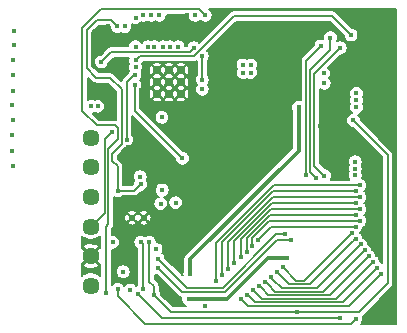
<source format=gbl>
G04 #@! TF.GenerationSoftware,KiCad,Pcbnew,(5.1.0)-1*
G04 #@! TF.CreationDate,2020-06-02T11:39:52-04:00*
G04 #@! TF.ProjectId,ThreeDeeO,54687265-6544-4656-954f-2e6b69636164,rev?*
G04 #@! TF.SameCoordinates,Original*
G04 #@! TF.FileFunction,Copper,L4,Bot*
G04 #@! TF.FilePolarity,Positive*
%FSLAX46Y46*%
G04 Gerber Fmt 4.6, Leading zero omitted, Abs format (unit mm)*
G04 Created by KiCad (PCBNEW (5.1.0)-1) date 2020-06-02 11:39:52*
%MOMM*%
%LPD*%
G04 APERTURE LIST*
%ADD10C,0.700000*%
%ADD11C,0.600000*%
%ADD12C,1.450000*%
%ADD13C,0.450000*%
%ADD14C,0.300000*%
%ADD15C,0.150000*%
%ADD16C,0.200000*%
G04 APERTURE END LIST*
D10*
X153330000Y-57360000D03*
X152330000Y-57360000D03*
X152330000Y-56360000D03*
X153330000Y-56360000D03*
X154330000Y-56360000D03*
X154330000Y-57360000D03*
X154330000Y-58360000D03*
X153330000Y-58360000D03*
X152330000Y-58360000D03*
D11*
X151200000Y-68850000D03*
X150200000Y-68850000D03*
D12*
X146710000Y-74580000D03*
X146710000Y-72080000D03*
X146710000Y-69580000D03*
X146710000Y-67080000D03*
X146710000Y-64580000D03*
X146710000Y-62080000D03*
D13*
X161080000Y-57800000D03*
X147000000Y-58000000D03*
X169350000Y-62650000D03*
X169350000Y-62100000D03*
X166650000Y-61100000D03*
X156550000Y-68250000D03*
X153500000Y-71000000D03*
X154600000Y-71000000D03*
X153210000Y-75480000D03*
X171000000Y-71250000D03*
X171000000Y-70250000D03*
X171000000Y-69250000D03*
X171000000Y-68250000D03*
X171000000Y-67250000D03*
X171000000Y-66250000D03*
X171000000Y-61500000D03*
X171000000Y-60500000D03*
X171000000Y-59500000D03*
X171800000Y-75450000D03*
X167720000Y-58700000D03*
X156400000Y-76350000D03*
X150937500Y-64037500D03*
X153435000Y-64635000D03*
X153100000Y-68200000D03*
X155600000Y-68000000D03*
X166100000Y-61100000D03*
X159400000Y-54300000D03*
X147900000Y-57900000D03*
X149870000Y-62820000D03*
X166175000Y-58225000D03*
X167350000Y-56925000D03*
X167350000Y-56075000D03*
X168175000Y-56075000D03*
X162325000Y-59500000D03*
X161350000Y-59500000D03*
X155675000Y-65650000D03*
X148200000Y-52640000D03*
X154860000Y-51710000D03*
X163710000Y-56110000D03*
X155000000Y-75750000D03*
X163300000Y-72250000D03*
X155100000Y-73600000D03*
X164300000Y-59500000D03*
X148470000Y-61560000D03*
X168950000Y-60600000D03*
X164200000Y-76797590D03*
X151670000Y-70910000D03*
X152070000Y-75420000D03*
X163628363Y-70722590D03*
X152380000Y-73090000D03*
X163150000Y-70250000D03*
X152400000Y-72300000D03*
X169150000Y-69600000D03*
X160900000Y-70700000D03*
X169500000Y-69100000D03*
X160400000Y-71200000D03*
X159900000Y-71700000D03*
X169150000Y-68600000D03*
X159400000Y-72200000D03*
X169500000Y-68100000D03*
X158850000Y-72700000D03*
X169150000Y-67600000D03*
X158350000Y-73200000D03*
X169500000Y-67100000D03*
X157850000Y-73700000D03*
X169150000Y-66600000D03*
X157350000Y-74200000D03*
X169500000Y-66100000D03*
X159450000Y-75750000D03*
X171300000Y-73600000D03*
X159950000Y-75350000D03*
X170950000Y-73100000D03*
X160450000Y-74950000D03*
X170600000Y-72600000D03*
X160950000Y-74600000D03*
X170250000Y-72100000D03*
X161450000Y-74250000D03*
X169900000Y-71600000D03*
X161950000Y-73850000D03*
X169550000Y-71100000D03*
X162450000Y-73450000D03*
X169150000Y-70600000D03*
X168800000Y-70100000D03*
X162950000Y-73050000D03*
X169150000Y-77400000D03*
X149000000Y-74900000D03*
X167810000Y-77309990D03*
X150670000Y-75280000D03*
X149450000Y-73420000D03*
X150060000Y-74950000D03*
X148550000Y-70920000D03*
X152230000Y-71500000D03*
X153900000Y-67560000D03*
X169100000Y-64100000D03*
X169100000Y-65260000D03*
X169200000Y-59500000D03*
X169200000Y-58900000D03*
X169200000Y-58300000D03*
X166475000Y-57450000D03*
X166425000Y-56625000D03*
X169100000Y-64700000D03*
X164945175Y-65250002D03*
X166200000Y-54300000D03*
X165772590Y-65474999D03*
X167000000Y-53600000D03*
X166490822Y-65282403D03*
X167825000Y-54450000D03*
X168750000Y-53375000D03*
X150500000Y-55500000D03*
X150950000Y-70910000D03*
X151110000Y-74890000D03*
X159600000Y-56550000D03*
X159600000Y-55900000D03*
X160250000Y-55900000D03*
X160250000Y-56550000D03*
X152630000Y-67650000D03*
X152750000Y-66490000D03*
X150890000Y-65360000D03*
X152730000Y-60330000D03*
X146750000Y-59410000D03*
X147300000Y-59410000D03*
X156160000Y-57960000D03*
X149600000Y-52640000D03*
X150500000Y-56100000D03*
X152500000Y-51700000D03*
X156160000Y-57160000D03*
X156150000Y-55150000D03*
X155450000Y-54450000D03*
X147600000Y-55650000D03*
X150450000Y-56760000D03*
X149740000Y-62240000D03*
X154470000Y-63800000D03*
X150430000Y-57570000D03*
X148980000Y-66560000D03*
X150920000Y-66020000D03*
X148940000Y-52640000D03*
X156400000Y-51700000D03*
X148000000Y-75200000D03*
X151800000Y-51700000D03*
X140180000Y-53010000D03*
X151130000Y-51700000D03*
X140220000Y-54250000D03*
X150500000Y-51900000D03*
X140090000Y-55510000D03*
X155530000Y-51700000D03*
X140110000Y-56730000D03*
X154100000Y-54370000D03*
X140100000Y-58090000D03*
X153400000Y-54370000D03*
X140080000Y-59270000D03*
X152800000Y-54370000D03*
X140090000Y-60580000D03*
X152100000Y-54370000D03*
X140080000Y-61850000D03*
X151530000Y-54370000D03*
X140070000Y-63190000D03*
X150500000Y-54370000D03*
X140090000Y-64440000D03*
D14*
X161750000Y-72250000D02*
X158250000Y-75750000D01*
X158250000Y-75750000D02*
X155000000Y-75750000D01*
X161750000Y-72250000D02*
X163300000Y-72250000D01*
X155100000Y-72350000D02*
X155100000Y-73600000D01*
X164300000Y-63150000D02*
X155100000Y-72350000D01*
X164300000Y-59500000D02*
X164300000Y-63150000D01*
D15*
X148470000Y-61560000D02*
X147880000Y-62150000D01*
X147880000Y-68410000D02*
X146710000Y-69580000D01*
X147880000Y-62150000D02*
X147880000Y-68410000D01*
X168950000Y-60600000D02*
X171850000Y-63500000D01*
X171850000Y-63500000D02*
X171850000Y-74400000D01*
X171850000Y-74400000D02*
X169452410Y-76797590D01*
X169452410Y-76797590D02*
X164518198Y-76797590D01*
X164518198Y-76797590D02*
X164200000Y-76797590D01*
X164200000Y-76797590D02*
X153797590Y-76797590D01*
X153797590Y-76797590D02*
X153477590Y-76797590D01*
X153477590Y-76797590D02*
X152100000Y-75420000D01*
X152100000Y-75420000D02*
X152070000Y-75420000D01*
X152070000Y-75420000D02*
X152070000Y-74640000D01*
X151670000Y-74240000D02*
X151670000Y-70910000D01*
X152070000Y-74640000D02*
X151670000Y-74240000D01*
X163310165Y-70722590D02*
X163628363Y-70722590D01*
X162477410Y-70722590D02*
X163310165Y-70722590D01*
X152380000Y-73090000D02*
X154440000Y-75150000D01*
X154440000Y-75150000D02*
X158050000Y-75150000D01*
X158050000Y-75150000D02*
X162477410Y-70722590D01*
X163150000Y-70250000D02*
X162400000Y-70250000D01*
X162400000Y-70250000D02*
X157900000Y-74750000D01*
X157900000Y-74750000D02*
X154850000Y-74750000D01*
X154850000Y-74750000D02*
X152400000Y-72300000D01*
X162000000Y-69600000D02*
X169150000Y-69600000D01*
X160900000Y-70700000D02*
X162000000Y-69600000D01*
X160400000Y-71200000D02*
X160400000Y-70516032D01*
X160400000Y-70516032D02*
X161816032Y-69100000D01*
X169181802Y-69100000D02*
X169500000Y-69100000D01*
X161816032Y-69100000D02*
X169181802Y-69100000D01*
X159900000Y-70588360D02*
X161888360Y-68600000D01*
X159900000Y-71700000D02*
X159900000Y-70588360D01*
X161888360Y-68600000D02*
X168831802Y-68600000D01*
X168831802Y-68600000D02*
X169150000Y-68600000D01*
X169181802Y-68100000D02*
X169500000Y-68100000D01*
X161960688Y-68100000D02*
X169181802Y-68100000D01*
X159400000Y-70660688D02*
X161960688Y-68100000D01*
X159400000Y-72200000D02*
X159400000Y-70660688D01*
X168831802Y-67600000D02*
X169150000Y-67600000D01*
X158850000Y-70783016D02*
X162033016Y-67600000D01*
X162033016Y-67600000D02*
X168831802Y-67600000D01*
X158850000Y-72700000D02*
X158850000Y-70783016D01*
X158350000Y-70855344D02*
X162105344Y-67100000D01*
X162105344Y-67100000D02*
X169181802Y-67100000D01*
X169181802Y-67100000D02*
X169500000Y-67100000D01*
X158350000Y-73200000D02*
X158350000Y-70855344D01*
X168831802Y-66600000D02*
X169150000Y-66600000D01*
X157850000Y-73700000D02*
X157850000Y-70927672D01*
X157850000Y-70927672D02*
X162177672Y-66600000D01*
X162177672Y-66600000D02*
X168831802Y-66600000D01*
X157350000Y-71000000D02*
X162250000Y-66100000D01*
X157350000Y-74200000D02*
X157350000Y-71000000D01*
X162250000Y-66100000D02*
X169500000Y-66100000D01*
X160000000Y-76300000D02*
X159450000Y-75750000D01*
X171300000Y-73600000D02*
X168600000Y-76300000D01*
X168600000Y-76300000D02*
X160000000Y-76300000D01*
X168052411Y-75997589D02*
X160597589Y-75997589D01*
X170950000Y-73100000D02*
X168052411Y-75997589D01*
X160174999Y-75574999D02*
X159950000Y-75350000D01*
X160597589Y-75997589D02*
X160174999Y-75574999D01*
X167504822Y-75695178D02*
X161195178Y-75695178D01*
X161195178Y-75695178D02*
X160674999Y-75174999D01*
X160674999Y-75174999D02*
X160450000Y-74950000D01*
X170600000Y-72600000D02*
X167504822Y-75695178D01*
X161174999Y-74824999D02*
X160950000Y-74600000D01*
X170250000Y-72100000D02*
X166957233Y-75392767D01*
X161742767Y-75392767D02*
X161174999Y-74824999D01*
X166957233Y-75392767D02*
X161742767Y-75392767D01*
X161674999Y-74474999D02*
X161450000Y-74250000D01*
X166409644Y-75090356D02*
X162290356Y-75090356D01*
X162290356Y-75090356D02*
X161674999Y-74474999D01*
X169900000Y-71600000D02*
X166409644Y-75090356D01*
X165862055Y-74787945D02*
X162887945Y-74787945D01*
X162174999Y-74074999D02*
X161950000Y-73850000D01*
X162887945Y-74787945D02*
X162174999Y-74074999D01*
X169550000Y-71100000D02*
X165862055Y-74787945D01*
X162450000Y-73450000D02*
X163485534Y-74485534D01*
X165264466Y-74485534D02*
X168925001Y-70824999D01*
X163485534Y-74485534D02*
X165264466Y-74485534D01*
X168925001Y-70824999D02*
X169150000Y-70600000D01*
X162950000Y-73050000D02*
X164075000Y-74175000D01*
X164725000Y-74175000D02*
X164075000Y-74175000D01*
X168800000Y-70100000D02*
X164725000Y-74175000D01*
X168750000Y-77800000D02*
X152600000Y-77800000D01*
X169150000Y-77400000D02*
X168750000Y-77800000D01*
X152600000Y-77800000D02*
X151300000Y-77800000D01*
X151300000Y-77800000D02*
X149000000Y-75500000D01*
X149000000Y-75500000D02*
X149000000Y-74900000D01*
X153359990Y-77309990D02*
X167810000Y-77309990D01*
X152709990Y-77309990D02*
X153359990Y-77309990D01*
X150670000Y-75280000D02*
X150680000Y-75280000D01*
X150680000Y-75280000D02*
X152709990Y-77309990D01*
X166200000Y-54300000D02*
X164945175Y-55554825D01*
X164945175Y-55554825D02*
X164945175Y-65250002D01*
X165772590Y-65474999D02*
X165547591Y-65250000D01*
X165300000Y-65002409D02*
X165772590Y-65474999D01*
X165300000Y-56300000D02*
X165300000Y-65002409D01*
X167000000Y-54600000D02*
X165300000Y-56300000D01*
X167000000Y-53600000D02*
X167000000Y-54600000D01*
X166473225Y-65300000D02*
X166490822Y-65282403D01*
X166400000Y-65300000D02*
X166473225Y-65300000D01*
X165600000Y-64430446D02*
X166352401Y-65182847D01*
X166352401Y-65252401D02*
X166400000Y-65300000D01*
X166352401Y-65182847D02*
X166352401Y-65252401D01*
X167825000Y-54450000D02*
X167825000Y-54475000D01*
X167825000Y-54475000D02*
X165600000Y-56700000D01*
X165600000Y-56700000D02*
X165600000Y-64430446D01*
X158820000Y-51750000D02*
X167125000Y-51750000D01*
X150500000Y-55500000D02*
X150840000Y-55160000D01*
X150840000Y-55160000D02*
X155410000Y-55160000D01*
X155410000Y-55160000D02*
X158820000Y-51750000D01*
X167125000Y-51750000D02*
X168750000Y-53375000D01*
X151110000Y-71070000D02*
X150950000Y-70910000D01*
X151110000Y-74890000D02*
X151110000Y-71070000D01*
X156150000Y-55150000D02*
X156160000Y-55160000D01*
X156160000Y-55160000D02*
X156160000Y-57160000D01*
X155100000Y-54800000D02*
X155450000Y-54450000D01*
X147600000Y-55650000D02*
X148450000Y-54800000D01*
X148450000Y-54800000D02*
X155100000Y-54800000D01*
X150360000Y-56760000D02*
X150450000Y-56760000D01*
X149740000Y-62240000D02*
X149740000Y-57380000D01*
X149740000Y-57380000D02*
X150360000Y-56760000D01*
X154470000Y-63800000D02*
X150430000Y-59760000D01*
X150430000Y-59760000D02*
X150430000Y-57570000D01*
X150380000Y-66560000D02*
X148980000Y-66560000D01*
X150920000Y-66020000D02*
X150380000Y-66560000D01*
X148440000Y-52100000D02*
X148940000Y-52600000D01*
X147200000Y-52100000D02*
X148440000Y-52100000D01*
X146380000Y-52920000D02*
X147200000Y-52100000D01*
X146380000Y-56200000D02*
X146380000Y-52920000D01*
X148360000Y-57000000D02*
X147180000Y-57000000D01*
X147180000Y-57000000D02*
X146380000Y-56200000D01*
X148980000Y-64480000D02*
X148520000Y-64020000D01*
X148980000Y-66560000D02*
X148980000Y-64480000D01*
X148520000Y-64020000D02*
X148520000Y-63420000D01*
X148520000Y-63420000D02*
X149320000Y-62620000D01*
X149320000Y-62620000D02*
X149320000Y-57960000D01*
X149320000Y-57960000D02*
X148360000Y-57000000D01*
X156400000Y-51700000D02*
X155900000Y-51200000D01*
X155900000Y-51200000D02*
X147600000Y-51200000D01*
X147600000Y-51200000D02*
X146000000Y-52800000D01*
X146000000Y-52800000D02*
X146000000Y-59800000D01*
X146000000Y-59800000D02*
X147200000Y-61000000D01*
X147200000Y-61000000D02*
X148800000Y-61000000D01*
X148800000Y-61000000D02*
X149000000Y-61200000D01*
X149000000Y-61200000D02*
X149000000Y-62000000D01*
X149000000Y-62000000D02*
X149000000Y-62200000D01*
X149000000Y-62200000D02*
X148200000Y-63000000D01*
X148200000Y-63000000D02*
X148200000Y-69400000D01*
X148200000Y-69400000D02*
X148000000Y-69600000D01*
X148000000Y-69600000D02*
X148000000Y-75200000D01*
D16*
G36*
X172575000Y-77825000D02*
G01*
X169608883Y-77825000D01*
X169635469Y-77798414D01*
X169703868Y-77696048D01*
X169750981Y-77582306D01*
X169775000Y-77461557D01*
X169775000Y-77338443D01*
X169750981Y-77217694D01*
X169735322Y-77179891D01*
X169789911Y-77135091D01*
X169804794Y-77116956D01*
X172169372Y-74752379D01*
X172187501Y-74737501D01*
X172246859Y-74665173D01*
X172290966Y-74582654D01*
X172313951Y-74506884D01*
X172318127Y-74493117D01*
X172327298Y-74400001D01*
X172325000Y-74376669D01*
X172325000Y-63523331D01*
X172327298Y-63499999D01*
X172318127Y-63406883D01*
X172301591Y-63352373D01*
X172290966Y-63317346D01*
X172246859Y-63234827D01*
X172187501Y-63162499D01*
X172169372Y-63147621D01*
X169575000Y-60553250D01*
X169575000Y-60538443D01*
X169550981Y-60417694D01*
X169503868Y-60303952D01*
X169435469Y-60201586D01*
X169348414Y-60114531D01*
X169340562Y-60109285D01*
X169382306Y-60100981D01*
X169496048Y-60053868D01*
X169598414Y-59985469D01*
X169685469Y-59898414D01*
X169753868Y-59796048D01*
X169800981Y-59682306D01*
X169825000Y-59561557D01*
X169825000Y-59438443D01*
X169800981Y-59317694D01*
X169753868Y-59203952D01*
X169751227Y-59200000D01*
X169753868Y-59196048D01*
X169800981Y-59082306D01*
X169825000Y-58961557D01*
X169825000Y-58838443D01*
X169800981Y-58717694D01*
X169753868Y-58603952D01*
X169751227Y-58600000D01*
X169753868Y-58596048D01*
X169800981Y-58482306D01*
X169825000Y-58361557D01*
X169825000Y-58238443D01*
X169800981Y-58117694D01*
X169753868Y-58003952D01*
X169685469Y-57901586D01*
X169598414Y-57814531D01*
X169496048Y-57746132D01*
X169382306Y-57699019D01*
X169261557Y-57675000D01*
X169138443Y-57675000D01*
X169017694Y-57699019D01*
X168903952Y-57746132D01*
X168801586Y-57814531D01*
X168714531Y-57901586D01*
X168646132Y-58003952D01*
X168599019Y-58117694D01*
X168575000Y-58238443D01*
X168575000Y-58361557D01*
X168599019Y-58482306D01*
X168646132Y-58596048D01*
X168648773Y-58600000D01*
X168646132Y-58603952D01*
X168599019Y-58717694D01*
X168575000Y-58838443D01*
X168575000Y-58961557D01*
X168599019Y-59082306D01*
X168646132Y-59196048D01*
X168648773Y-59200000D01*
X168646132Y-59203952D01*
X168599019Y-59317694D01*
X168575000Y-59438443D01*
X168575000Y-59561557D01*
X168599019Y-59682306D01*
X168646132Y-59796048D01*
X168714531Y-59898414D01*
X168801586Y-59985469D01*
X168809438Y-59990715D01*
X168767694Y-59999019D01*
X168653952Y-60046132D01*
X168551586Y-60114531D01*
X168464531Y-60201586D01*
X168396132Y-60303952D01*
X168349019Y-60417694D01*
X168325000Y-60538443D01*
X168325000Y-60661557D01*
X168349019Y-60782306D01*
X168396132Y-60896048D01*
X168464531Y-60998414D01*
X168551586Y-61085469D01*
X168653952Y-61153868D01*
X168767694Y-61200981D01*
X168888443Y-61225000D01*
X168903250Y-61225000D01*
X171375000Y-63696751D01*
X171375001Y-72641118D01*
X171348414Y-72614531D01*
X171246048Y-72546132D01*
X171224777Y-72537321D01*
X171200981Y-72417694D01*
X171153868Y-72303952D01*
X171085469Y-72201586D01*
X170998414Y-72114531D01*
X170896048Y-72046132D01*
X170874777Y-72037321D01*
X170850981Y-71917694D01*
X170803868Y-71803952D01*
X170735469Y-71701586D01*
X170648414Y-71614531D01*
X170546048Y-71546132D01*
X170524777Y-71537321D01*
X170500981Y-71417694D01*
X170453868Y-71303952D01*
X170385469Y-71201586D01*
X170298414Y-71114531D01*
X170196048Y-71046132D01*
X170174777Y-71037321D01*
X170150981Y-70917694D01*
X170103868Y-70803952D01*
X170035469Y-70701586D01*
X169948414Y-70614531D01*
X169846048Y-70546132D01*
X169770287Y-70514751D01*
X169750981Y-70417694D01*
X169703868Y-70303952D01*
X169635469Y-70201586D01*
X169548414Y-70114531D01*
X169526667Y-70100000D01*
X169548414Y-70085469D01*
X169635469Y-69998414D01*
X169703868Y-69896048D01*
X169750981Y-69782306D01*
X169774777Y-69662679D01*
X169796048Y-69653868D01*
X169898414Y-69585469D01*
X169985469Y-69498414D01*
X170053868Y-69396048D01*
X170100981Y-69282306D01*
X170125000Y-69161557D01*
X170125000Y-69038443D01*
X170100981Y-68917694D01*
X170053868Y-68803952D01*
X169985469Y-68701586D01*
X169898414Y-68614531D01*
X169876667Y-68600000D01*
X169898414Y-68585469D01*
X169985469Y-68498414D01*
X170053868Y-68396048D01*
X170100981Y-68282306D01*
X170125000Y-68161557D01*
X170125000Y-68038443D01*
X170100981Y-67917694D01*
X170053868Y-67803952D01*
X169985469Y-67701586D01*
X169898414Y-67614531D01*
X169876667Y-67600000D01*
X169898414Y-67585469D01*
X169985469Y-67498414D01*
X170053868Y-67396048D01*
X170100981Y-67282306D01*
X170125000Y-67161557D01*
X170125000Y-67038443D01*
X170100981Y-66917694D01*
X170053868Y-66803952D01*
X169985469Y-66701586D01*
X169898414Y-66614531D01*
X169876667Y-66600000D01*
X169898414Y-66585469D01*
X169985469Y-66498414D01*
X170053868Y-66396048D01*
X170100981Y-66282306D01*
X170125000Y-66161557D01*
X170125000Y-66038443D01*
X170100981Y-65917694D01*
X170053868Y-65803952D01*
X169985469Y-65701586D01*
X169898414Y-65614531D01*
X169796048Y-65546132D01*
X169682306Y-65499019D01*
X169677857Y-65498134D01*
X169700981Y-65442306D01*
X169725000Y-65321557D01*
X169725000Y-65198443D01*
X169700981Y-65077694D01*
X169660515Y-64980000D01*
X169700981Y-64882306D01*
X169725000Y-64761557D01*
X169725000Y-64638443D01*
X169700981Y-64517694D01*
X169653868Y-64403952D01*
X169651227Y-64400000D01*
X169653868Y-64396048D01*
X169700981Y-64282306D01*
X169725000Y-64161557D01*
X169725000Y-64038443D01*
X169700981Y-63917694D01*
X169653868Y-63803952D01*
X169585469Y-63701586D01*
X169498414Y-63614531D01*
X169396048Y-63546132D01*
X169282306Y-63499019D01*
X169161557Y-63475000D01*
X169038443Y-63475000D01*
X168917694Y-63499019D01*
X168803952Y-63546132D01*
X168701586Y-63614531D01*
X168614531Y-63701586D01*
X168546132Y-63803952D01*
X168499019Y-63917694D01*
X168475000Y-64038443D01*
X168475000Y-64161557D01*
X168499019Y-64282306D01*
X168546132Y-64396048D01*
X168548773Y-64400000D01*
X168546132Y-64403952D01*
X168499019Y-64517694D01*
X168475000Y-64638443D01*
X168475000Y-64761557D01*
X168499019Y-64882306D01*
X168539485Y-64980000D01*
X168499019Y-65077694D01*
X168475000Y-65198443D01*
X168475000Y-65321557D01*
X168499019Y-65442306D01*
X168546132Y-65556048D01*
X168592204Y-65625000D01*
X167013587Y-65625000D01*
X167044690Y-65578451D01*
X167091803Y-65464709D01*
X167115822Y-65343960D01*
X167115822Y-65220846D01*
X167091803Y-65100097D01*
X167044690Y-64986355D01*
X166976291Y-64883989D01*
X166889236Y-64796934D01*
X166786870Y-64728535D01*
X166673128Y-64681422D01*
X166552379Y-64657403D01*
X166498708Y-64657403D01*
X166075000Y-64233696D01*
X166075000Y-57933883D01*
X166076586Y-57935469D01*
X166178952Y-58003868D01*
X166292694Y-58050981D01*
X166413443Y-58075000D01*
X166536557Y-58075000D01*
X166657306Y-58050981D01*
X166771048Y-58003868D01*
X166873414Y-57935469D01*
X166960469Y-57848414D01*
X167028868Y-57746048D01*
X167075981Y-57632306D01*
X167100000Y-57511557D01*
X167100000Y-57388443D01*
X167075981Y-57267694D01*
X167028868Y-57153952D01*
X166960469Y-57051586D01*
X166919212Y-57010329D01*
X166978868Y-56921048D01*
X167025981Y-56807306D01*
X167050000Y-56686557D01*
X167050000Y-56563443D01*
X167025981Y-56442694D01*
X166978868Y-56328952D01*
X166910469Y-56226586D01*
X166827817Y-56143934D01*
X167899282Y-55072469D01*
X168007306Y-55050981D01*
X168121048Y-55003868D01*
X168223414Y-54935469D01*
X168310469Y-54848414D01*
X168378868Y-54746048D01*
X168425981Y-54632306D01*
X168450000Y-54511557D01*
X168450000Y-54388443D01*
X168425981Y-54267694D01*
X168378868Y-54153952D01*
X168310469Y-54051586D01*
X168223414Y-53964531D01*
X168121048Y-53896132D01*
X168007306Y-53849019D01*
X167886557Y-53825000D01*
X167763443Y-53825000D01*
X167642694Y-53849019D01*
X167558986Y-53883692D01*
X167600981Y-53782306D01*
X167625000Y-53661557D01*
X167625000Y-53538443D01*
X167600981Y-53417694D01*
X167553868Y-53303952D01*
X167485469Y-53201586D01*
X167398414Y-53114531D01*
X167296048Y-53046132D01*
X167182306Y-52999019D01*
X167061557Y-52975000D01*
X166938443Y-52975000D01*
X166817694Y-52999019D01*
X166703952Y-53046132D01*
X166601586Y-53114531D01*
X166514531Y-53201586D01*
X166446132Y-53303952D01*
X166399019Y-53417694D01*
X166375000Y-53538443D01*
X166375000Y-53661557D01*
X166382465Y-53699085D01*
X166382306Y-53699019D01*
X166261557Y-53675000D01*
X166138443Y-53675000D01*
X166017694Y-53699019D01*
X165903952Y-53746132D01*
X165801586Y-53814531D01*
X165714531Y-53901586D01*
X165646132Y-54003952D01*
X165599019Y-54117694D01*
X165575000Y-54238443D01*
X165575000Y-54253248D01*
X164625809Y-55202441D01*
X164607674Y-55217324D01*
X164548316Y-55289652D01*
X164504209Y-55372172D01*
X164491360Y-55414531D01*
X164477048Y-55461709D01*
X164467877Y-55554825D01*
X164470175Y-55578157D01*
X164470175Y-58896606D01*
X164361557Y-58875000D01*
X164238443Y-58875000D01*
X164117694Y-58899019D01*
X164003952Y-58946132D01*
X163901586Y-59014531D01*
X163814531Y-59101586D01*
X163746132Y-59203952D01*
X163699019Y-59317694D01*
X163675000Y-59438443D01*
X163675000Y-59561557D01*
X163699019Y-59682306D01*
X163746132Y-59796048D01*
X163750000Y-59801837D01*
X163750001Y-62922182D01*
X154730196Y-71941987D01*
X154709210Y-71959210D01*
X154691987Y-71980196D01*
X154661213Y-72017694D01*
X154640479Y-72042958D01*
X154589408Y-72138507D01*
X154557958Y-72242182D01*
X154550000Y-72322983D01*
X154550000Y-72322992D01*
X154547340Y-72350000D01*
X154550000Y-72377008D01*
X154550001Y-73298162D01*
X154546132Y-73303952D01*
X154499019Y-73417694D01*
X154475000Y-73538443D01*
X154475000Y-73661557D01*
X154485353Y-73713602D01*
X153025000Y-72253250D01*
X153025000Y-72238443D01*
X153000981Y-72117694D01*
X152953868Y-72003952D01*
X152885469Y-71901586D01*
X152798414Y-71814531D01*
X152779820Y-71802107D01*
X152783868Y-71796048D01*
X152830981Y-71682306D01*
X152855000Y-71561557D01*
X152855000Y-71438443D01*
X152830981Y-71317694D01*
X152783868Y-71203952D01*
X152715469Y-71101586D01*
X152628414Y-71014531D01*
X152526048Y-70946132D01*
X152412306Y-70899019D01*
X152295000Y-70875685D01*
X152295000Y-70848443D01*
X152270981Y-70727694D01*
X152223868Y-70613952D01*
X152155469Y-70511586D01*
X152068414Y-70424531D01*
X151966048Y-70356132D01*
X151852306Y-70309019D01*
X151731557Y-70285000D01*
X151608443Y-70285000D01*
X151487694Y-70309019D01*
X151373952Y-70356132D01*
X151310000Y-70398864D01*
X151246048Y-70356132D01*
X151132306Y-70309019D01*
X151011557Y-70285000D01*
X150888443Y-70285000D01*
X150767694Y-70309019D01*
X150653952Y-70356132D01*
X150551586Y-70424531D01*
X150464531Y-70511586D01*
X150396132Y-70613952D01*
X150349019Y-70727694D01*
X150325000Y-70848443D01*
X150325000Y-70971557D01*
X150349019Y-71092306D01*
X150396132Y-71206048D01*
X150464531Y-71308414D01*
X150551586Y-71395469D01*
X150635001Y-71451205D01*
X150635000Y-74481117D01*
X150624531Y-74491586D01*
X150564955Y-74580748D01*
X150545469Y-74551586D01*
X150458414Y-74464531D01*
X150356048Y-74396132D01*
X150242306Y-74349019D01*
X150121557Y-74325000D01*
X149998443Y-74325000D01*
X149877694Y-74349019D01*
X149763952Y-74396132D01*
X149661586Y-74464531D01*
X149574531Y-74551586D01*
X149546705Y-74593231D01*
X149485469Y-74501586D01*
X149398414Y-74414531D01*
X149296048Y-74346132D01*
X149182306Y-74299019D01*
X149061557Y-74275000D01*
X148938443Y-74275000D01*
X148817694Y-74299019D01*
X148703952Y-74346132D01*
X148601586Y-74414531D01*
X148514531Y-74501586D01*
X148475000Y-74560748D01*
X148475000Y-73358443D01*
X148825000Y-73358443D01*
X148825000Y-73481557D01*
X148849019Y-73602306D01*
X148896132Y-73716048D01*
X148964531Y-73818414D01*
X149051586Y-73905469D01*
X149153952Y-73973868D01*
X149267694Y-74020981D01*
X149388443Y-74045000D01*
X149511557Y-74045000D01*
X149632306Y-74020981D01*
X149746048Y-73973868D01*
X149848414Y-73905469D01*
X149935469Y-73818414D01*
X150003868Y-73716048D01*
X150050981Y-73602306D01*
X150075000Y-73481557D01*
X150075000Y-73358443D01*
X150050981Y-73237694D01*
X150003868Y-73123952D01*
X149935469Y-73021586D01*
X149848414Y-72934531D01*
X149746048Y-72866132D01*
X149632306Y-72819019D01*
X149511557Y-72795000D01*
X149388443Y-72795000D01*
X149267694Y-72819019D01*
X149153952Y-72866132D01*
X149051586Y-72934531D01*
X148964531Y-73021586D01*
X148896132Y-73123952D01*
X148849019Y-73237694D01*
X148825000Y-73358443D01*
X148475000Y-73358443D01*
X148475000Y-71542326D01*
X148488443Y-71545000D01*
X148611557Y-71545000D01*
X148732306Y-71520981D01*
X148846048Y-71473868D01*
X148948414Y-71405469D01*
X149035469Y-71318414D01*
X149103868Y-71216048D01*
X149150981Y-71102306D01*
X149175000Y-70981557D01*
X149175000Y-70858443D01*
X149150981Y-70737694D01*
X149103868Y-70623952D01*
X149035469Y-70521586D01*
X148948414Y-70434531D01*
X148846048Y-70366132D01*
X148732306Y-70319019D01*
X148611557Y-70295000D01*
X148488443Y-70295000D01*
X148475000Y-70297674D01*
X148475000Y-69796751D01*
X148519371Y-69752380D01*
X148537501Y-69737501D01*
X148596859Y-69665173D01*
X148640966Y-69582654D01*
X148668127Y-69493116D01*
X148675000Y-69423332D01*
X148677298Y-69400000D01*
X148675000Y-69376668D01*
X148675000Y-69271081D01*
X149817809Y-69271081D01*
X149836315Y-69397354D01*
X149950087Y-69457789D01*
X150073462Y-69494866D01*
X150201700Y-69507161D01*
X150329873Y-69494203D01*
X150453055Y-69456487D01*
X150563685Y-69397354D01*
X150582191Y-69271081D01*
X150817809Y-69271081D01*
X150836315Y-69397354D01*
X150950087Y-69457789D01*
X151073462Y-69494866D01*
X151201700Y-69507161D01*
X151329873Y-69494203D01*
X151453055Y-69456487D01*
X151563685Y-69397354D01*
X151582191Y-69271081D01*
X151200000Y-68888891D01*
X150817809Y-69271081D01*
X150582191Y-69271081D01*
X150200000Y-68888891D01*
X149817809Y-69271081D01*
X148675000Y-69271081D01*
X148675000Y-68851700D01*
X149542839Y-68851700D01*
X149555797Y-68979873D01*
X149593513Y-69103055D01*
X149652646Y-69213685D01*
X149778919Y-69232191D01*
X150161109Y-68850000D01*
X150238891Y-68850000D01*
X150621081Y-69232191D01*
X150700000Y-69220625D01*
X150778919Y-69232191D01*
X151161109Y-68850000D01*
X151238891Y-68850000D01*
X151621081Y-69232191D01*
X151747354Y-69213685D01*
X151807789Y-69099913D01*
X151844866Y-68976538D01*
X151857161Y-68848300D01*
X151844203Y-68720127D01*
X151806487Y-68596945D01*
X151747354Y-68486315D01*
X151621081Y-68467809D01*
X151238891Y-68850000D01*
X151161109Y-68850000D01*
X150778919Y-68467809D01*
X150700000Y-68479375D01*
X150621081Y-68467809D01*
X150238891Y-68850000D01*
X150161109Y-68850000D01*
X149778919Y-68467809D01*
X149652646Y-68486315D01*
X149592211Y-68600087D01*
X149555134Y-68723462D01*
X149542839Y-68851700D01*
X148675000Y-68851700D01*
X148675000Y-68428919D01*
X149817809Y-68428919D01*
X150200000Y-68811109D01*
X150582191Y-68428919D01*
X150817809Y-68428919D01*
X151200000Y-68811109D01*
X151582191Y-68428919D01*
X151563685Y-68302646D01*
X151449913Y-68242211D01*
X151326538Y-68205134D01*
X151198300Y-68192839D01*
X151070127Y-68205797D01*
X150946945Y-68243513D01*
X150836315Y-68302646D01*
X150817809Y-68428919D01*
X150582191Y-68428919D01*
X150563685Y-68302646D01*
X150449913Y-68242211D01*
X150326538Y-68205134D01*
X150198300Y-68192839D01*
X150070127Y-68205797D01*
X149946945Y-68243513D01*
X149836315Y-68302646D01*
X149817809Y-68428919D01*
X148675000Y-68428919D01*
X148675000Y-67588443D01*
X152005000Y-67588443D01*
X152005000Y-67711557D01*
X152029019Y-67832306D01*
X152076132Y-67946048D01*
X152144531Y-68048414D01*
X152231586Y-68135469D01*
X152333952Y-68203868D01*
X152447694Y-68250981D01*
X152568443Y-68275000D01*
X152691557Y-68275000D01*
X152812306Y-68250981D01*
X152926048Y-68203868D01*
X153028414Y-68135469D01*
X153115469Y-68048414D01*
X153183868Y-67946048D01*
X153230981Y-67832306D01*
X153255000Y-67711557D01*
X153255000Y-67588443D01*
X153237098Y-67498443D01*
X153275000Y-67498443D01*
X153275000Y-67621557D01*
X153299019Y-67742306D01*
X153346132Y-67856048D01*
X153414531Y-67958414D01*
X153501586Y-68045469D01*
X153603952Y-68113868D01*
X153717694Y-68160981D01*
X153838443Y-68185000D01*
X153961557Y-68185000D01*
X154082306Y-68160981D01*
X154196048Y-68113868D01*
X154298414Y-68045469D01*
X154385469Y-67958414D01*
X154453868Y-67856048D01*
X154500981Y-67742306D01*
X154525000Y-67621557D01*
X154525000Y-67498443D01*
X154500981Y-67377694D01*
X154453868Y-67263952D01*
X154385469Y-67161586D01*
X154298414Y-67074531D01*
X154196048Y-67006132D01*
X154082306Y-66959019D01*
X153961557Y-66935000D01*
X153838443Y-66935000D01*
X153717694Y-66959019D01*
X153603952Y-67006132D01*
X153501586Y-67074531D01*
X153414531Y-67161586D01*
X153346132Y-67263952D01*
X153299019Y-67377694D01*
X153275000Y-67498443D01*
X153237098Y-67498443D01*
X153230981Y-67467694D01*
X153183868Y-67353952D01*
X153115469Y-67251586D01*
X153028414Y-67164531D01*
X152926048Y-67096132D01*
X152919677Y-67093493D01*
X152932306Y-67090981D01*
X153046048Y-67043868D01*
X153148414Y-66975469D01*
X153235469Y-66888414D01*
X153303868Y-66786048D01*
X153350981Y-66672306D01*
X153375000Y-66551557D01*
X153375000Y-66428443D01*
X153350981Y-66307694D01*
X153303868Y-66193952D01*
X153235469Y-66091586D01*
X153148414Y-66004531D01*
X153046048Y-65936132D01*
X152932306Y-65889019D01*
X152811557Y-65865000D01*
X152688443Y-65865000D01*
X152567694Y-65889019D01*
X152453952Y-65936132D01*
X152351586Y-66004531D01*
X152264531Y-66091586D01*
X152196132Y-66193952D01*
X152149019Y-66307694D01*
X152125000Y-66428443D01*
X152125000Y-66551557D01*
X152149019Y-66672306D01*
X152196132Y-66786048D01*
X152264531Y-66888414D01*
X152351586Y-66975469D01*
X152453952Y-67043868D01*
X152460323Y-67046507D01*
X152447694Y-67049019D01*
X152333952Y-67096132D01*
X152231586Y-67164531D01*
X152144531Y-67251586D01*
X152076132Y-67353952D01*
X152029019Y-67467694D01*
X152005000Y-67588443D01*
X148675000Y-67588443D01*
X148675000Y-67107886D01*
X148683952Y-67113868D01*
X148797694Y-67160981D01*
X148918443Y-67185000D01*
X149041557Y-67185000D01*
X149162306Y-67160981D01*
X149276048Y-67113868D01*
X149378414Y-67045469D01*
X149388883Y-67035000D01*
X150356668Y-67035000D01*
X150380000Y-67037298D01*
X150403332Y-67035000D01*
X150473116Y-67028127D01*
X150562654Y-67000966D01*
X150645173Y-66956859D01*
X150717501Y-66897501D01*
X150732384Y-66879366D01*
X150966750Y-66645000D01*
X150981557Y-66645000D01*
X151102306Y-66620981D01*
X151216048Y-66573868D01*
X151318414Y-66505469D01*
X151405469Y-66418414D01*
X151473868Y-66316048D01*
X151520981Y-66202306D01*
X151545000Y-66081557D01*
X151545000Y-65958443D01*
X151520981Y-65837694D01*
X151473868Y-65723952D01*
X151436182Y-65667551D01*
X151443868Y-65656048D01*
X151490981Y-65542306D01*
X151515000Y-65421557D01*
X151515000Y-65298443D01*
X151490981Y-65177694D01*
X151443868Y-65063952D01*
X151375469Y-64961586D01*
X151288414Y-64874531D01*
X151186048Y-64806132D01*
X151072306Y-64759019D01*
X150951557Y-64735000D01*
X150828443Y-64735000D01*
X150707694Y-64759019D01*
X150593952Y-64806132D01*
X150491586Y-64874531D01*
X150404531Y-64961586D01*
X150336132Y-65063952D01*
X150289019Y-65177694D01*
X150265000Y-65298443D01*
X150265000Y-65421557D01*
X150289019Y-65542306D01*
X150336132Y-65656048D01*
X150373818Y-65712449D01*
X150366132Y-65723952D01*
X150319019Y-65837694D01*
X150295000Y-65958443D01*
X150295000Y-65973250D01*
X150183250Y-66085000D01*
X149455000Y-66085000D01*
X149455000Y-64503331D01*
X149457298Y-64479999D01*
X149448127Y-64386883D01*
X149422252Y-64301586D01*
X149420966Y-64297346D01*
X149376859Y-64214827D01*
X149317501Y-64142499D01*
X149299371Y-64127620D01*
X148995000Y-63823250D01*
X148995000Y-63616750D01*
X149639377Y-62972375D01*
X149657501Y-62957501D01*
X149716859Y-62885173D01*
X149727642Y-62865000D01*
X149801557Y-62865000D01*
X149922306Y-62840981D01*
X150036048Y-62793868D01*
X150138414Y-62725469D01*
X150225469Y-62638414D01*
X150293868Y-62536048D01*
X150340981Y-62422306D01*
X150365000Y-62301557D01*
X150365000Y-62178443D01*
X150340981Y-62057694D01*
X150293868Y-61943952D01*
X150225469Y-61841586D01*
X150215000Y-61831117D01*
X150215000Y-60216750D01*
X153845000Y-63846752D01*
X153845000Y-63861557D01*
X153869019Y-63982306D01*
X153916132Y-64096048D01*
X153984531Y-64198414D01*
X154071586Y-64285469D01*
X154173952Y-64353868D01*
X154287694Y-64400981D01*
X154408443Y-64425000D01*
X154531557Y-64425000D01*
X154652306Y-64400981D01*
X154766048Y-64353868D01*
X154868414Y-64285469D01*
X154955469Y-64198414D01*
X155023868Y-64096048D01*
X155070981Y-63982306D01*
X155095000Y-63861557D01*
X155095000Y-63738443D01*
X155070981Y-63617694D01*
X155023868Y-63503952D01*
X154955469Y-63401586D01*
X154868414Y-63314531D01*
X154766048Y-63246132D01*
X154652306Y-63199019D01*
X154531557Y-63175000D01*
X154516752Y-63175000D01*
X151610194Y-60268443D01*
X152105000Y-60268443D01*
X152105000Y-60391557D01*
X152129019Y-60512306D01*
X152176132Y-60626048D01*
X152244531Y-60728414D01*
X152331586Y-60815469D01*
X152433952Y-60883868D01*
X152547694Y-60930981D01*
X152668443Y-60955000D01*
X152791557Y-60955000D01*
X152912306Y-60930981D01*
X153026048Y-60883868D01*
X153128414Y-60815469D01*
X153215469Y-60728414D01*
X153283868Y-60626048D01*
X153330981Y-60512306D01*
X153355000Y-60391557D01*
X153355000Y-60268443D01*
X153330981Y-60147694D01*
X153283868Y-60033952D01*
X153215469Y-59931586D01*
X153128414Y-59844531D01*
X153026048Y-59776132D01*
X152912306Y-59729019D01*
X152791557Y-59705000D01*
X152668443Y-59705000D01*
X152547694Y-59729019D01*
X152433952Y-59776132D01*
X152331586Y-59844531D01*
X152244531Y-59931586D01*
X152176132Y-60033952D01*
X152129019Y-60147694D01*
X152105000Y-60268443D01*
X151610194Y-60268443D01*
X150905000Y-59563250D01*
X150905000Y-58816646D01*
X151912245Y-58816646D01*
X151936760Y-58948034D01*
X152059035Y-59013453D01*
X152191724Y-59053759D01*
X152329726Y-59067406D01*
X152467739Y-59053866D01*
X152600460Y-59013662D01*
X152722787Y-58948338D01*
X152723240Y-58948034D01*
X152747755Y-58816646D01*
X152912245Y-58816646D01*
X152936760Y-58948034D01*
X153059035Y-59013453D01*
X153191724Y-59053759D01*
X153329726Y-59067406D01*
X153467739Y-59053866D01*
X153600460Y-59013662D01*
X153722787Y-58948338D01*
X153723240Y-58948034D01*
X153747755Y-58816646D01*
X153912245Y-58816646D01*
X153936760Y-58948034D01*
X154059035Y-59013453D01*
X154191724Y-59053759D01*
X154329726Y-59067406D01*
X154467739Y-59053866D01*
X154600460Y-59013662D01*
X154722787Y-58948338D01*
X154723240Y-58948034D01*
X154747755Y-58816646D01*
X154330000Y-58398891D01*
X153912245Y-58816646D01*
X153747755Y-58816646D01*
X153330000Y-58398891D01*
X152912245Y-58816646D01*
X152747755Y-58816646D01*
X152330000Y-58398891D01*
X151912245Y-58816646D01*
X150905000Y-58816646D01*
X150905000Y-58359726D01*
X151622594Y-58359726D01*
X151636134Y-58497739D01*
X151676338Y-58630460D01*
X151741662Y-58752787D01*
X151741966Y-58753240D01*
X151873354Y-58777755D01*
X152291109Y-58360000D01*
X152368891Y-58360000D01*
X152718724Y-58709833D01*
X152741662Y-58752787D01*
X152741966Y-58753240D01*
X152766757Y-58757866D01*
X152786646Y-58777755D01*
X152830000Y-58769666D01*
X152873354Y-58777755D01*
X152893243Y-58757866D01*
X152918034Y-58753240D01*
X152941236Y-58709873D01*
X153291109Y-58360000D01*
X153368891Y-58360000D01*
X153718724Y-58709833D01*
X153741662Y-58752787D01*
X153741966Y-58753240D01*
X153766757Y-58757866D01*
X153786646Y-58777755D01*
X153830000Y-58769666D01*
X153873354Y-58777755D01*
X153893243Y-58757866D01*
X153918034Y-58753240D01*
X153941236Y-58709873D01*
X154291109Y-58360000D01*
X154368891Y-58360000D01*
X154786646Y-58777755D01*
X154918034Y-58753240D01*
X154983453Y-58630965D01*
X155023759Y-58498276D01*
X155037406Y-58360274D01*
X155023866Y-58222261D01*
X154983662Y-58089540D01*
X154918338Y-57967213D01*
X154918034Y-57966760D01*
X154786646Y-57942245D01*
X154368891Y-58360000D01*
X154291109Y-58360000D01*
X153941276Y-58010167D01*
X153918338Y-57967213D01*
X153918034Y-57966760D01*
X153893243Y-57962134D01*
X153873354Y-57942245D01*
X153830000Y-57950334D01*
X153786646Y-57942245D01*
X153766757Y-57962134D01*
X153741966Y-57966760D01*
X153718764Y-58010127D01*
X153368891Y-58360000D01*
X153291109Y-58360000D01*
X152941276Y-58010167D01*
X152918338Y-57967213D01*
X152918034Y-57966760D01*
X152893243Y-57962134D01*
X152873354Y-57942245D01*
X152830000Y-57950334D01*
X152786646Y-57942245D01*
X152766757Y-57962134D01*
X152741966Y-57966760D01*
X152718764Y-58010127D01*
X152368891Y-58360000D01*
X152291109Y-58360000D01*
X151873354Y-57942245D01*
X151741966Y-57966760D01*
X151676547Y-58089035D01*
X151636241Y-58221724D01*
X151622594Y-58359726D01*
X150905000Y-58359726D01*
X150905000Y-57978883D01*
X150915469Y-57968414D01*
X150983868Y-57866048D01*
X151004330Y-57816646D01*
X151912245Y-57816646D01*
X151920334Y-57860000D01*
X151912245Y-57903354D01*
X151932134Y-57923243D01*
X151936760Y-57948034D01*
X151980127Y-57971236D01*
X152330000Y-58321109D01*
X152679833Y-57971276D01*
X152722787Y-57948338D01*
X152723240Y-57948034D01*
X152727866Y-57923243D01*
X152747755Y-57903354D01*
X152739666Y-57860000D01*
X152747755Y-57816646D01*
X152912245Y-57816646D01*
X152920334Y-57860000D01*
X152912245Y-57903354D01*
X152932134Y-57923243D01*
X152936760Y-57948034D01*
X152980127Y-57971236D01*
X153330000Y-58321109D01*
X153679833Y-57971276D01*
X153722787Y-57948338D01*
X153723240Y-57948034D01*
X153727866Y-57923243D01*
X153747755Y-57903354D01*
X153739666Y-57860000D01*
X153747755Y-57816646D01*
X153912245Y-57816646D01*
X153920334Y-57860000D01*
X153912245Y-57903354D01*
X153932134Y-57923243D01*
X153936760Y-57948034D01*
X153980127Y-57971236D01*
X154330000Y-58321109D01*
X154679833Y-57971276D01*
X154722787Y-57948338D01*
X154723240Y-57948034D01*
X154727866Y-57923243D01*
X154747755Y-57903354D01*
X154739666Y-57860000D01*
X154747755Y-57816646D01*
X154727866Y-57796757D01*
X154723240Y-57771966D01*
X154679873Y-57748764D01*
X154330000Y-57398891D01*
X153980167Y-57748724D01*
X153937213Y-57771662D01*
X153936760Y-57771966D01*
X153932134Y-57796757D01*
X153912245Y-57816646D01*
X153747755Y-57816646D01*
X153727866Y-57796757D01*
X153723240Y-57771966D01*
X153679873Y-57748764D01*
X153330000Y-57398891D01*
X152980167Y-57748724D01*
X152937213Y-57771662D01*
X152936760Y-57771966D01*
X152932134Y-57796757D01*
X152912245Y-57816646D01*
X152747755Y-57816646D01*
X152727866Y-57796757D01*
X152723240Y-57771966D01*
X152679873Y-57748764D01*
X152330000Y-57398891D01*
X151980167Y-57748724D01*
X151937213Y-57771662D01*
X151936760Y-57771966D01*
X151932134Y-57796757D01*
X151912245Y-57816646D01*
X151004330Y-57816646D01*
X151030981Y-57752306D01*
X151055000Y-57631557D01*
X151055000Y-57508443D01*
X151030981Y-57387694D01*
X151019397Y-57359726D01*
X151622594Y-57359726D01*
X151636134Y-57497739D01*
X151676338Y-57630460D01*
X151741662Y-57752787D01*
X151741966Y-57753240D01*
X151873354Y-57777755D01*
X152291109Y-57360000D01*
X152368891Y-57360000D01*
X152718724Y-57709833D01*
X152741662Y-57752787D01*
X152741966Y-57753240D01*
X152766757Y-57757866D01*
X152786646Y-57777755D01*
X152830000Y-57769666D01*
X152873354Y-57777755D01*
X152893243Y-57757866D01*
X152918034Y-57753240D01*
X152941236Y-57709873D01*
X153291109Y-57360000D01*
X153368891Y-57360000D01*
X153718724Y-57709833D01*
X153741662Y-57752787D01*
X153741966Y-57753240D01*
X153766757Y-57757866D01*
X153786646Y-57777755D01*
X153830000Y-57769666D01*
X153873354Y-57777755D01*
X153893243Y-57757866D01*
X153918034Y-57753240D01*
X153941236Y-57709873D01*
X154291109Y-57360000D01*
X154368891Y-57360000D01*
X154786646Y-57777755D01*
X154918034Y-57753240D01*
X154983453Y-57630965D01*
X155023759Y-57498276D01*
X155037406Y-57360274D01*
X155023866Y-57222261D01*
X154983662Y-57089540D01*
X154918338Y-56967213D01*
X154918034Y-56966760D01*
X154786646Y-56942245D01*
X154368891Y-57360000D01*
X154291109Y-57360000D01*
X153941276Y-57010167D01*
X153918338Y-56967213D01*
X153918034Y-56966760D01*
X153893243Y-56962134D01*
X153873354Y-56942245D01*
X153830000Y-56950334D01*
X153786646Y-56942245D01*
X153766757Y-56962134D01*
X153741966Y-56966760D01*
X153718764Y-57010127D01*
X153368891Y-57360000D01*
X153291109Y-57360000D01*
X152941276Y-57010167D01*
X152918338Y-56967213D01*
X152918034Y-56966760D01*
X152893243Y-56962134D01*
X152873354Y-56942245D01*
X152830000Y-56950334D01*
X152786646Y-56942245D01*
X152766757Y-56962134D01*
X152741966Y-56966760D01*
X152718764Y-57010127D01*
X152368891Y-57360000D01*
X152291109Y-57360000D01*
X151873354Y-56942245D01*
X151741966Y-56966760D01*
X151676547Y-57089035D01*
X151636241Y-57221724D01*
X151622594Y-57359726D01*
X151019397Y-57359726D01*
X150983868Y-57273952D01*
X150918204Y-57175679D01*
X150935469Y-57158414D01*
X151003868Y-57056048D01*
X151050981Y-56942306D01*
X151075000Y-56821557D01*
X151075000Y-56816646D01*
X151912245Y-56816646D01*
X151920334Y-56860000D01*
X151912245Y-56903354D01*
X151932134Y-56923243D01*
X151936760Y-56948034D01*
X151980127Y-56971236D01*
X152330000Y-57321109D01*
X152679833Y-56971276D01*
X152722787Y-56948338D01*
X152723240Y-56948034D01*
X152727866Y-56923243D01*
X152747755Y-56903354D01*
X152739666Y-56860000D01*
X152747755Y-56816646D01*
X152912245Y-56816646D01*
X152920334Y-56860000D01*
X152912245Y-56903354D01*
X152932134Y-56923243D01*
X152936760Y-56948034D01*
X152980127Y-56971236D01*
X153330000Y-57321109D01*
X153679833Y-56971276D01*
X153722787Y-56948338D01*
X153723240Y-56948034D01*
X153727866Y-56923243D01*
X153747755Y-56903354D01*
X153739666Y-56860000D01*
X153747755Y-56816646D01*
X153912245Y-56816646D01*
X153920334Y-56860000D01*
X153912245Y-56903354D01*
X153932134Y-56923243D01*
X153936760Y-56948034D01*
X153980127Y-56971236D01*
X154330000Y-57321109D01*
X154679833Y-56971276D01*
X154722787Y-56948338D01*
X154723240Y-56948034D01*
X154727866Y-56923243D01*
X154747755Y-56903354D01*
X154739666Y-56860000D01*
X154747755Y-56816646D01*
X154727866Y-56796757D01*
X154723240Y-56771966D01*
X154679873Y-56748764D01*
X154330000Y-56398891D01*
X153980167Y-56748724D01*
X153937213Y-56771662D01*
X153936760Y-56771966D01*
X153932134Y-56796757D01*
X153912245Y-56816646D01*
X153747755Y-56816646D01*
X153727866Y-56796757D01*
X153723240Y-56771966D01*
X153679873Y-56748764D01*
X153330000Y-56398891D01*
X152980167Y-56748724D01*
X152937213Y-56771662D01*
X152936760Y-56771966D01*
X152932134Y-56796757D01*
X152912245Y-56816646D01*
X152747755Y-56816646D01*
X152727866Y-56796757D01*
X152723240Y-56771966D01*
X152679873Y-56748764D01*
X152330000Y-56398891D01*
X151980167Y-56748724D01*
X151937213Y-56771662D01*
X151936760Y-56771966D01*
X151932134Y-56796757D01*
X151912245Y-56816646D01*
X151075000Y-56816646D01*
X151075000Y-56698443D01*
X151050981Y-56577694D01*
X151005639Y-56468228D01*
X151053868Y-56396048D01*
X151068912Y-56359726D01*
X151622594Y-56359726D01*
X151636134Y-56497739D01*
X151676338Y-56630460D01*
X151741662Y-56752787D01*
X151741966Y-56753240D01*
X151873354Y-56777755D01*
X152291109Y-56360000D01*
X152368891Y-56360000D01*
X152718724Y-56709833D01*
X152741662Y-56752787D01*
X152741966Y-56753240D01*
X152766757Y-56757866D01*
X152786646Y-56777755D01*
X152830000Y-56769666D01*
X152873354Y-56777755D01*
X152893243Y-56757866D01*
X152918034Y-56753240D01*
X152941236Y-56709873D01*
X153291109Y-56360000D01*
X153368891Y-56360000D01*
X153718724Y-56709833D01*
X153741662Y-56752787D01*
X153741966Y-56753240D01*
X153766757Y-56757866D01*
X153786646Y-56777755D01*
X153830000Y-56769666D01*
X153873354Y-56777755D01*
X153893243Y-56757866D01*
X153918034Y-56753240D01*
X153941236Y-56709873D01*
X154291109Y-56360000D01*
X154368891Y-56360000D01*
X154786646Y-56777755D01*
X154918034Y-56753240D01*
X154983453Y-56630965D01*
X155023759Y-56498276D01*
X155037406Y-56360274D01*
X155023866Y-56222261D01*
X154983662Y-56089540D01*
X154918338Y-55967213D01*
X154918034Y-55966760D01*
X154786646Y-55942245D01*
X154368891Y-56360000D01*
X154291109Y-56360000D01*
X153941276Y-56010167D01*
X153918338Y-55967213D01*
X153918034Y-55966760D01*
X153893243Y-55962134D01*
X153873354Y-55942245D01*
X153830000Y-55950334D01*
X153786646Y-55942245D01*
X153766757Y-55962134D01*
X153741966Y-55966760D01*
X153718764Y-56010127D01*
X153368891Y-56360000D01*
X153291109Y-56360000D01*
X152941276Y-56010167D01*
X152918338Y-55967213D01*
X152918034Y-55966760D01*
X152893243Y-55962134D01*
X152873354Y-55942245D01*
X152830000Y-55950334D01*
X152786646Y-55942245D01*
X152766757Y-55962134D01*
X152741966Y-55966760D01*
X152718764Y-56010127D01*
X152368891Y-56360000D01*
X152291109Y-56360000D01*
X151873354Y-55942245D01*
X151741966Y-55966760D01*
X151676547Y-56089035D01*
X151636241Y-56221724D01*
X151622594Y-56359726D01*
X151068912Y-56359726D01*
X151100981Y-56282306D01*
X151125000Y-56161557D01*
X151125000Y-56038443D01*
X151100981Y-55917694D01*
X151095042Y-55903354D01*
X151912245Y-55903354D01*
X152330000Y-56321109D01*
X152747755Y-55903354D01*
X152912245Y-55903354D01*
X153330000Y-56321109D01*
X153747755Y-55903354D01*
X153912245Y-55903354D01*
X154330000Y-56321109D01*
X154747755Y-55903354D01*
X154723240Y-55771966D01*
X154600965Y-55706547D01*
X154468276Y-55666241D01*
X154330274Y-55652594D01*
X154192261Y-55666134D01*
X154059540Y-55706338D01*
X153937213Y-55771662D01*
X153936760Y-55771966D01*
X153912245Y-55903354D01*
X153747755Y-55903354D01*
X153723240Y-55771966D01*
X153600965Y-55706547D01*
X153468276Y-55666241D01*
X153330274Y-55652594D01*
X153192261Y-55666134D01*
X153059540Y-55706338D01*
X152937213Y-55771662D01*
X152936760Y-55771966D01*
X152912245Y-55903354D01*
X152747755Y-55903354D01*
X152723240Y-55771966D01*
X152600965Y-55706547D01*
X152468276Y-55666241D01*
X152330274Y-55652594D01*
X152192261Y-55666134D01*
X152059540Y-55706338D01*
X151937213Y-55771662D01*
X151936760Y-55771966D01*
X151912245Y-55903354D01*
X151095042Y-55903354D01*
X151053868Y-55803952D01*
X151051227Y-55800000D01*
X151053868Y-55796048D01*
X151100981Y-55682306D01*
X151110391Y-55635000D01*
X155386668Y-55635000D01*
X155410000Y-55637298D01*
X155433332Y-55635000D01*
X155503116Y-55628127D01*
X155592654Y-55600966D01*
X155673741Y-55557624D01*
X155685000Y-55568883D01*
X155685001Y-56751116D01*
X155674531Y-56761586D01*
X155606132Y-56863952D01*
X155559019Y-56977694D01*
X155535000Y-57098443D01*
X155535000Y-57221557D01*
X155559019Y-57342306D01*
X155606132Y-57456048D01*
X155674531Y-57558414D01*
X155676117Y-57560000D01*
X155674531Y-57561586D01*
X155606132Y-57663952D01*
X155559019Y-57777694D01*
X155535000Y-57898443D01*
X155535000Y-58021557D01*
X155559019Y-58142306D01*
X155606132Y-58256048D01*
X155674531Y-58358414D01*
X155761586Y-58445469D01*
X155863952Y-58513868D01*
X155977694Y-58560981D01*
X156098443Y-58585000D01*
X156221557Y-58585000D01*
X156342306Y-58560981D01*
X156456048Y-58513868D01*
X156558414Y-58445469D01*
X156645469Y-58358414D01*
X156713868Y-58256048D01*
X156760981Y-58142306D01*
X156785000Y-58021557D01*
X156785000Y-57898443D01*
X156760981Y-57777694D01*
X156713868Y-57663952D01*
X156645469Y-57561586D01*
X156643883Y-57560000D01*
X156645469Y-57558414D01*
X156713868Y-57456048D01*
X156760981Y-57342306D01*
X156785000Y-57221557D01*
X156785000Y-57098443D01*
X156760981Y-56977694D01*
X156713868Y-56863952D01*
X156645469Y-56761586D01*
X156635000Y-56751117D01*
X156635000Y-55838443D01*
X158975000Y-55838443D01*
X158975000Y-55961557D01*
X158999019Y-56082306D01*
X159046132Y-56196048D01*
X159065477Y-56225000D01*
X159046132Y-56253952D01*
X158999019Y-56367694D01*
X158975000Y-56488443D01*
X158975000Y-56611557D01*
X158999019Y-56732306D01*
X159046132Y-56846048D01*
X159114531Y-56948414D01*
X159201586Y-57035469D01*
X159303952Y-57103868D01*
X159417694Y-57150981D01*
X159538443Y-57175000D01*
X159661557Y-57175000D01*
X159782306Y-57150981D01*
X159896048Y-57103868D01*
X159925000Y-57084523D01*
X159953952Y-57103868D01*
X160067694Y-57150981D01*
X160188443Y-57175000D01*
X160311557Y-57175000D01*
X160432306Y-57150981D01*
X160546048Y-57103868D01*
X160648414Y-57035469D01*
X160735469Y-56948414D01*
X160803868Y-56846048D01*
X160850981Y-56732306D01*
X160875000Y-56611557D01*
X160875000Y-56488443D01*
X160850981Y-56367694D01*
X160803868Y-56253952D01*
X160784523Y-56225000D01*
X160803868Y-56196048D01*
X160850981Y-56082306D01*
X160875000Y-55961557D01*
X160875000Y-55838443D01*
X160850981Y-55717694D01*
X160803868Y-55603952D01*
X160735469Y-55501586D01*
X160648414Y-55414531D01*
X160546048Y-55346132D01*
X160432306Y-55299019D01*
X160311557Y-55275000D01*
X160188443Y-55275000D01*
X160067694Y-55299019D01*
X159953952Y-55346132D01*
X159925000Y-55365477D01*
X159896048Y-55346132D01*
X159782306Y-55299019D01*
X159661557Y-55275000D01*
X159538443Y-55275000D01*
X159417694Y-55299019D01*
X159303952Y-55346132D01*
X159201586Y-55414531D01*
X159114531Y-55501586D01*
X159046132Y-55603952D01*
X158999019Y-55717694D01*
X158975000Y-55838443D01*
X156635000Y-55838443D01*
X156635000Y-55548883D01*
X156635469Y-55548414D01*
X156703868Y-55446048D01*
X156750981Y-55332306D01*
X156775000Y-55211557D01*
X156775000Y-55088443D01*
X156750981Y-54967694D01*
X156703868Y-54853952D01*
X156635469Y-54751586D01*
X156562817Y-54678934D01*
X159016751Y-52225000D01*
X166928250Y-52225000D01*
X168125000Y-53421751D01*
X168125000Y-53436557D01*
X168149019Y-53557306D01*
X168196132Y-53671048D01*
X168264531Y-53773414D01*
X168351586Y-53860469D01*
X168453952Y-53928868D01*
X168567694Y-53975981D01*
X168688443Y-54000000D01*
X168811557Y-54000000D01*
X168932306Y-53975981D01*
X169046048Y-53928868D01*
X169148414Y-53860469D01*
X169235469Y-53773414D01*
X169303868Y-53671048D01*
X169350981Y-53557306D01*
X169375000Y-53436557D01*
X169375000Y-53313443D01*
X169350981Y-53192694D01*
X169303868Y-53078952D01*
X169235469Y-52976586D01*
X169148414Y-52889531D01*
X169046048Y-52821132D01*
X168932306Y-52774019D01*
X168811557Y-52750000D01*
X168796751Y-52750000D01*
X167477384Y-51430634D01*
X167462501Y-51412499D01*
X167390173Y-51353141D01*
X167307654Y-51309034D01*
X167218116Y-51281873D01*
X167148332Y-51275000D01*
X167125000Y-51272702D01*
X167101668Y-51275000D01*
X158843331Y-51275000D01*
X158819999Y-51272702D01*
X158726883Y-51281873D01*
X158699722Y-51290112D01*
X158637346Y-51309034D01*
X158554827Y-51353141D01*
X158482499Y-51412499D01*
X158467621Y-51430628D01*
X155891066Y-54007183D01*
X155848414Y-53964531D01*
X155746048Y-53896132D01*
X155632306Y-53849019D01*
X155511557Y-53825000D01*
X155388443Y-53825000D01*
X155267694Y-53849019D01*
X155153952Y-53896132D01*
X155051586Y-53964531D01*
X154964531Y-54051586D01*
X154896132Y-54153952D01*
X154849019Y-54267694D01*
X154837620Y-54325000D01*
X154725000Y-54325000D01*
X154725000Y-54308443D01*
X154700981Y-54187694D01*
X154653868Y-54073952D01*
X154585469Y-53971586D01*
X154498414Y-53884531D01*
X154396048Y-53816132D01*
X154282306Y-53769019D01*
X154161557Y-53745000D01*
X154038443Y-53745000D01*
X153917694Y-53769019D01*
X153803952Y-53816132D01*
X153750000Y-53852182D01*
X153696048Y-53816132D01*
X153582306Y-53769019D01*
X153461557Y-53745000D01*
X153338443Y-53745000D01*
X153217694Y-53769019D01*
X153103952Y-53816132D01*
X153100000Y-53818773D01*
X153096048Y-53816132D01*
X152982306Y-53769019D01*
X152861557Y-53745000D01*
X152738443Y-53745000D01*
X152617694Y-53769019D01*
X152503952Y-53816132D01*
X152450000Y-53852182D01*
X152396048Y-53816132D01*
X152282306Y-53769019D01*
X152161557Y-53745000D01*
X152038443Y-53745000D01*
X151917694Y-53769019D01*
X151815000Y-53811556D01*
X151712306Y-53769019D01*
X151591557Y-53745000D01*
X151468443Y-53745000D01*
X151347694Y-53769019D01*
X151233952Y-53816132D01*
X151131586Y-53884531D01*
X151044531Y-53971586D01*
X151015000Y-54015782D01*
X150985469Y-53971586D01*
X150898414Y-53884531D01*
X150796048Y-53816132D01*
X150682306Y-53769019D01*
X150561557Y-53745000D01*
X150438443Y-53745000D01*
X150317694Y-53769019D01*
X150203952Y-53816132D01*
X150101586Y-53884531D01*
X150014531Y-53971586D01*
X149946132Y-54073952D01*
X149899019Y-54187694D01*
X149875000Y-54308443D01*
X149875000Y-54325000D01*
X148473332Y-54325000D01*
X148450000Y-54322702D01*
X148426668Y-54325000D01*
X148356884Y-54331873D01*
X148267346Y-54359034D01*
X148184827Y-54403141D01*
X148112499Y-54462499D01*
X148097625Y-54480623D01*
X147553249Y-55025000D01*
X147538443Y-55025000D01*
X147417694Y-55049019D01*
X147303952Y-55096132D01*
X147201586Y-55164531D01*
X147114531Y-55251586D01*
X147046132Y-55353952D01*
X146999019Y-55467694D01*
X146975000Y-55588443D01*
X146975000Y-55711557D01*
X146999019Y-55832306D01*
X147046132Y-55946048D01*
X147114531Y-56048414D01*
X147201586Y-56135469D01*
X147303952Y-56203868D01*
X147417694Y-56250981D01*
X147538443Y-56275000D01*
X147661557Y-56275000D01*
X147782306Y-56250981D01*
X147896048Y-56203868D01*
X147998414Y-56135469D01*
X148085469Y-56048414D01*
X148153868Y-55946048D01*
X148200981Y-55832306D01*
X148225000Y-55711557D01*
X148225000Y-55696751D01*
X148646752Y-55275000D01*
X149916703Y-55275000D01*
X149899019Y-55317694D01*
X149875000Y-55438443D01*
X149875000Y-55561557D01*
X149899019Y-55682306D01*
X149946132Y-55796048D01*
X149948773Y-55800000D01*
X149946132Y-55803952D01*
X149899019Y-55917694D01*
X149875000Y-56038443D01*
X149875000Y-56161557D01*
X149899019Y-56282306D01*
X149944361Y-56391772D01*
X149896132Y-56463952D01*
X149849019Y-56577694D01*
X149843671Y-56604578D01*
X149420629Y-57027621D01*
X149402500Y-57042499D01*
X149343142Y-57114827D01*
X149314653Y-57168127D01*
X149299035Y-57197346D01*
X149282757Y-57251006D01*
X148712384Y-56680634D01*
X148697501Y-56662499D01*
X148625173Y-56603141D01*
X148542654Y-56559034D01*
X148453116Y-56531873D01*
X148383332Y-56525000D01*
X148360000Y-56522702D01*
X148336668Y-56525000D01*
X147376752Y-56525000D01*
X146855000Y-56003250D01*
X146855000Y-53116750D01*
X147396751Y-52575000D01*
X148243249Y-52575000D01*
X148315000Y-52646751D01*
X148315000Y-52701557D01*
X148339019Y-52822306D01*
X148386132Y-52936048D01*
X148454531Y-53038414D01*
X148541586Y-53125469D01*
X148643952Y-53193868D01*
X148757694Y-53240981D01*
X148878443Y-53265000D01*
X149001557Y-53265000D01*
X149122306Y-53240981D01*
X149236048Y-53193868D01*
X149270000Y-53171182D01*
X149303952Y-53193868D01*
X149417694Y-53240981D01*
X149538443Y-53265000D01*
X149661557Y-53265000D01*
X149782306Y-53240981D01*
X149896048Y-53193868D01*
X149998414Y-53125469D01*
X150085469Y-53038414D01*
X150153868Y-52936048D01*
X150200981Y-52822306D01*
X150225000Y-52701557D01*
X150225000Y-52578443D01*
X150200981Y-52457694D01*
X150197653Y-52449659D01*
X150203952Y-52453868D01*
X150317694Y-52500981D01*
X150438443Y-52525000D01*
X150561557Y-52525000D01*
X150682306Y-52500981D01*
X150796048Y-52453868D01*
X150898414Y-52385469D01*
X150977061Y-52306822D01*
X151068443Y-52325000D01*
X151191557Y-52325000D01*
X151312306Y-52300981D01*
X151426048Y-52253868D01*
X151465000Y-52227841D01*
X151503952Y-52253868D01*
X151617694Y-52300981D01*
X151738443Y-52325000D01*
X151861557Y-52325000D01*
X151982306Y-52300981D01*
X152096048Y-52253868D01*
X152150000Y-52217818D01*
X152203952Y-52253868D01*
X152317694Y-52300981D01*
X152438443Y-52325000D01*
X152561557Y-52325000D01*
X152682306Y-52300981D01*
X152796048Y-52253868D01*
X152898414Y-52185469D01*
X152985469Y-52098414D01*
X153053868Y-51996048D01*
X153100981Y-51882306D01*
X153125000Y-51761557D01*
X153125000Y-51675000D01*
X154905000Y-51675000D01*
X154905000Y-51761557D01*
X154929019Y-51882306D01*
X154976132Y-51996048D01*
X155044531Y-52098414D01*
X155131586Y-52185469D01*
X155233952Y-52253868D01*
X155347694Y-52300981D01*
X155468443Y-52325000D01*
X155591557Y-52325000D01*
X155712306Y-52300981D01*
X155826048Y-52253868D01*
X155928414Y-52185469D01*
X155965000Y-52148883D01*
X156001586Y-52185469D01*
X156103952Y-52253868D01*
X156217694Y-52300981D01*
X156338443Y-52325000D01*
X156461557Y-52325000D01*
X156582306Y-52300981D01*
X156696048Y-52253868D01*
X156798414Y-52185469D01*
X156885469Y-52098414D01*
X156953868Y-51996048D01*
X157000981Y-51882306D01*
X157025000Y-51761557D01*
X157025000Y-51638443D01*
X157000981Y-51517694D01*
X156953868Y-51403952D01*
X156885469Y-51301586D01*
X156798414Y-51214531D01*
X156739252Y-51175000D01*
X172575001Y-51175000D01*
X172575000Y-77825000D01*
X172575000Y-77825000D01*
G37*
X172575000Y-77825000D02*
X169608883Y-77825000D01*
X169635469Y-77798414D01*
X169703868Y-77696048D01*
X169750981Y-77582306D01*
X169775000Y-77461557D01*
X169775000Y-77338443D01*
X169750981Y-77217694D01*
X169735322Y-77179891D01*
X169789911Y-77135091D01*
X169804794Y-77116956D01*
X172169372Y-74752379D01*
X172187501Y-74737501D01*
X172246859Y-74665173D01*
X172290966Y-74582654D01*
X172313951Y-74506884D01*
X172318127Y-74493117D01*
X172327298Y-74400001D01*
X172325000Y-74376669D01*
X172325000Y-63523331D01*
X172327298Y-63499999D01*
X172318127Y-63406883D01*
X172301591Y-63352373D01*
X172290966Y-63317346D01*
X172246859Y-63234827D01*
X172187501Y-63162499D01*
X172169372Y-63147621D01*
X169575000Y-60553250D01*
X169575000Y-60538443D01*
X169550981Y-60417694D01*
X169503868Y-60303952D01*
X169435469Y-60201586D01*
X169348414Y-60114531D01*
X169340562Y-60109285D01*
X169382306Y-60100981D01*
X169496048Y-60053868D01*
X169598414Y-59985469D01*
X169685469Y-59898414D01*
X169753868Y-59796048D01*
X169800981Y-59682306D01*
X169825000Y-59561557D01*
X169825000Y-59438443D01*
X169800981Y-59317694D01*
X169753868Y-59203952D01*
X169751227Y-59200000D01*
X169753868Y-59196048D01*
X169800981Y-59082306D01*
X169825000Y-58961557D01*
X169825000Y-58838443D01*
X169800981Y-58717694D01*
X169753868Y-58603952D01*
X169751227Y-58600000D01*
X169753868Y-58596048D01*
X169800981Y-58482306D01*
X169825000Y-58361557D01*
X169825000Y-58238443D01*
X169800981Y-58117694D01*
X169753868Y-58003952D01*
X169685469Y-57901586D01*
X169598414Y-57814531D01*
X169496048Y-57746132D01*
X169382306Y-57699019D01*
X169261557Y-57675000D01*
X169138443Y-57675000D01*
X169017694Y-57699019D01*
X168903952Y-57746132D01*
X168801586Y-57814531D01*
X168714531Y-57901586D01*
X168646132Y-58003952D01*
X168599019Y-58117694D01*
X168575000Y-58238443D01*
X168575000Y-58361557D01*
X168599019Y-58482306D01*
X168646132Y-58596048D01*
X168648773Y-58600000D01*
X168646132Y-58603952D01*
X168599019Y-58717694D01*
X168575000Y-58838443D01*
X168575000Y-58961557D01*
X168599019Y-59082306D01*
X168646132Y-59196048D01*
X168648773Y-59200000D01*
X168646132Y-59203952D01*
X168599019Y-59317694D01*
X168575000Y-59438443D01*
X168575000Y-59561557D01*
X168599019Y-59682306D01*
X168646132Y-59796048D01*
X168714531Y-59898414D01*
X168801586Y-59985469D01*
X168809438Y-59990715D01*
X168767694Y-59999019D01*
X168653952Y-60046132D01*
X168551586Y-60114531D01*
X168464531Y-60201586D01*
X168396132Y-60303952D01*
X168349019Y-60417694D01*
X168325000Y-60538443D01*
X168325000Y-60661557D01*
X168349019Y-60782306D01*
X168396132Y-60896048D01*
X168464531Y-60998414D01*
X168551586Y-61085469D01*
X168653952Y-61153868D01*
X168767694Y-61200981D01*
X168888443Y-61225000D01*
X168903250Y-61225000D01*
X171375000Y-63696751D01*
X171375001Y-72641118D01*
X171348414Y-72614531D01*
X171246048Y-72546132D01*
X171224777Y-72537321D01*
X171200981Y-72417694D01*
X171153868Y-72303952D01*
X171085469Y-72201586D01*
X170998414Y-72114531D01*
X170896048Y-72046132D01*
X170874777Y-72037321D01*
X170850981Y-71917694D01*
X170803868Y-71803952D01*
X170735469Y-71701586D01*
X170648414Y-71614531D01*
X170546048Y-71546132D01*
X170524777Y-71537321D01*
X170500981Y-71417694D01*
X170453868Y-71303952D01*
X170385469Y-71201586D01*
X170298414Y-71114531D01*
X170196048Y-71046132D01*
X170174777Y-71037321D01*
X170150981Y-70917694D01*
X170103868Y-70803952D01*
X170035469Y-70701586D01*
X169948414Y-70614531D01*
X169846048Y-70546132D01*
X169770287Y-70514751D01*
X169750981Y-70417694D01*
X169703868Y-70303952D01*
X169635469Y-70201586D01*
X169548414Y-70114531D01*
X169526667Y-70100000D01*
X169548414Y-70085469D01*
X169635469Y-69998414D01*
X169703868Y-69896048D01*
X169750981Y-69782306D01*
X169774777Y-69662679D01*
X169796048Y-69653868D01*
X169898414Y-69585469D01*
X169985469Y-69498414D01*
X170053868Y-69396048D01*
X170100981Y-69282306D01*
X170125000Y-69161557D01*
X170125000Y-69038443D01*
X170100981Y-68917694D01*
X170053868Y-68803952D01*
X169985469Y-68701586D01*
X169898414Y-68614531D01*
X169876667Y-68600000D01*
X169898414Y-68585469D01*
X169985469Y-68498414D01*
X170053868Y-68396048D01*
X170100981Y-68282306D01*
X170125000Y-68161557D01*
X170125000Y-68038443D01*
X170100981Y-67917694D01*
X170053868Y-67803952D01*
X169985469Y-67701586D01*
X169898414Y-67614531D01*
X169876667Y-67600000D01*
X169898414Y-67585469D01*
X169985469Y-67498414D01*
X170053868Y-67396048D01*
X170100981Y-67282306D01*
X170125000Y-67161557D01*
X170125000Y-67038443D01*
X170100981Y-66917694D01*
X170053868Y-66803952D01*
X169985469Y-66701586D01*
X169898414Y-66614531D01*
X169876667Y-66600000D01*
X169898414Y-66585469D01*
X169985469Y-66498414D01*
X170053868Y-66396048D01*
X170100981Y-66282306D01*
X170125000Y-66161557D01*
X170125000Y-66038443D01*
X170100981Y-65917694D01*
X170053868Y-65803952D01*
X169985469Y-65701586D01*
X169898414Y-65614531D01*
X169796048Y-65546132D01*
X169682306Y-65499019D01*
X169677857Y-65498134D01*
X169700981Y-65442306D01*
X169725000Y-65321557D01*
X169725000Y-65198443D01*
X169700981Y-65077694D01*
X169660515Y-64980000D01*
X169700981Y-64882306D01*
X169725000Y-64761557D01*
X169725000Y-64638443D01*
X169700981Y-64517694D01*
X169653868Y-64403952D01*
X169651227Y-64400000D01*
X169653868Y-64396048D01*
X169700981Y-64282306D01*
X169725000Y-64161557D01*
X169725000Y-64038443D01*
X169700981Y-63917694D01*
X169653868Y-63803952D01*
X169585469Y-63701586D01*
X169498414Y-63614531D01*
X169396048Y-63546132D01*
X169282306Y-63499019D01*
X169161557Y-63475000D01*
X169038443Y-63475000D01*
X168917694Y-63499019D01*
X168803952Y-63546132D01*
X168701586Y-63614531D01*
X168614531Y-63701586D01*
X168546132Y-63803952D01*
X168499019Y-63917694D01*
X168475000Y-64038443D01*
X168475000Y-64161557D01*
X168499019Y-64282306D01*
X168546132Y-64396048D01*
X168548773Y-64400000D01*
X168546132Y-64403952D01*
X168499019Y-64517694D01*
X168475000Y-64638443D01*
X168475000Y-64761557D01*
X168499019Y-64882306D01*
X168539485Y-64980000D01*
X168499019Y-65077694D01*
X168475000Y-65198443D01*
X168475000Y-65321557D01*
X168499019Y-65442306D01*
X168546132Y-65556048D01*
X168592204Y-65625000D01*
X167013587Y-65625000D01*
X167044690Y-65578451D01*
X167091803Y-65464709D01*
X167115822Y-65343960D01*
X167115822Y-65220846D01*
X167091803Y-65100097D01*
X167044690Y-64986355D01*
X166976291Y-64883989D01*
X166889236Y-64796934D01*
X166786870Y-64728535D01*
X166673128Y-64681422D01*
X166552379Y-64657403D01*
X166498708Y-64657403D01*
X166075000Y-64233696D01*
X166075000Y-57933883D01*
X166076586Y-57935469D01*
X166178952Y-58003868D01*
X166292694Y-58050981D01*
X166413443Y-58075000D01*
X166536557Y-58075000D01*
X166657306Y-58050981D01*
X166771048Y-58003868D01*
X166873414Y-57935469D01*
X166960469Y-57848414D01*
X167028868Y-57746048D01*
X167075981Y-57632306D01*
X167100000Y-57511557D01*
X167100000Y-57388443D01*
X167075981Y-57267694D01*
X167028868Y-57153952D01*
X166960469Y-57051586D01*
X166919212Y-57010329D01*
X166978868Y-56921048D01*
X167025981Y-56807306D01*
X167050000Y-56686557D01*
X167050000Y-56563443D01*
X167025981Y-56442694D01*
X166978868Y-56328952D01*
X166910469Y-56226586D01*
X166827817Y-56143934D01*
X167899282Y-55072469D01*
X168007306Y-55050981D01*
X168121048Y-55003868D01*
X168223414Y-54935469D01*
X168310469Y-54848414D01*
X168378868Y-54746048D01*
X168425981Y-54632306D01*
X168450000Y-54511557D01*
X168450000Y-54388443D01*
X168425981Y-54267694D01*
X168378868Y-54153952D01*
X168310469Y-54051586D01*
X168223414Y-53964531D01*
X168121048Y-53896132D01*
X168007306Y-53849019D01*
X167886557Y-53825000D01*
X167763443Y-53825000D01*
X167642694Y-53849019D01*
X167558986Y-53883692D01*
X167600981Y-53782306D01*
X167625000Y-53661557D01*
X167625000Y-53538443D01*
X167600981Y-53417694D01*
X167553868Y-53303952D01*
X167485469Y-53201586D01*
X167398414Y-53114531D01*
X167296048Y-53046132D01*
X167182306Y-52999019D01*
X167061557Y-52975000D01*
X166938443Y-52975000D01*
X166817694Y-52999019D01*
X166703952Y-53046132D01*
X166601586Y-53114531D01*
X166514531Y-53201586D01*
X166446132Y-53303952D01*
X166399019Y-53417694D01*
X166375000Y-53538443D01*
X166375000Y-53661557D01*
X166382465Y-53699085D01*
X166382306Y-53699019D01*
X166261557Y-53675000D01*
X166138443Y-53675000D01*
X166017694Y-53699019D01*
X165903952Y-53746132D01*
X165801586Y-53814531D01*
X165714531Y-53901586D01*
X165646132Y-54003952D01*
X165599019Y-54117694D01*
X165575000Y-54238443D01*
X165575000Y-54253248D01*
X164625809Y-55202441D01*
X164607674Y-55217324D01*
X164548316Y-55289652D01*
X164504209Y-55372172D01*
X164491360Y-55414531D01*
X164477048Y-55461709D01*
X164467877Y-55554825D01*
X164470175Y-55578157D01*
X164470175Y-58896606D01*
X164361557Y-58875000D01*
X164238443Y-58875000D01*
X164117694Y-58899019D01*
X164003952Y-58946132D01*
X163901586Y-59014531D01*
X163814531Y-59101586D01*
X163746132Y-59203952D01*
X163699019Y-59317694D01*
X163675000Y-59438443D01*
X163675000Y-59561557D01*
X163699019Y-59682306D01*
X163746132Y-59796048D01*
X163750000Y-59801837D01*
X163750001Y-62922182D01*
X154730196Y-71941987D01*
X154709210Y-71959210D01*
X154691987Y-71980196D01*
X154661213Y-72017694D01*
X154640479Y-72042958D01*
X154589408Y-72138507D01*
X154557958Y-72242182D01*
X154550000Y-72322983D01*
X154550000Y-72322992D01*
X154547340Y-72350000D01*
X154550000Y-72377008D01*
X154550001Y-73298162D01*
X154546132Y-73303952D01*
X154499019Y-73417694D01*
X154475000Y-73538443D01*
X154475000Y-73661557D01*
X154485353Y-73713602D01*
X153025000Y-72253250D01*
X153025000Y-72238443D01*
X153000981Y-72117694D01*
X152953868Y-72003952D01*
X152885469Y-71901586D01*
X152798414Y-71814531D01*
X152779820Y-71802107D01*
X152783868Y-71796048D01*
X152830981Y-71682306D01*
X152855000Y-71561557D01*
X152855000Y-71438443D01*
X152830981Y-71317694D01*
X152783868Y-71203952D01*
X152715469Y-71101586D01*
X152628414Y-71014531D01*
X152526048Y-70946132D01*
X152412306Y-70899019D01*
X152295000Y-70875685D01*
X152295000Y-70848443D01*
X152270981Y-70727694D01*
X152223868Y-70613952D01*
X152155469Y-70511586D01*
X152068414Y-70424531D01*
X151966048Y-70356132D01*
X151852306Y-70309019D01*
X151731557Y-70285000D01*
X151608443Y-70285000D01*
X151487694Y-70309019D01*
X151373952Y-70356132D01*
X151310000Y-70398864D01*
X151246048Y-70356132D01*
X151132306Y-70309019D01*
X151011557Y-70285000D01*
X150888443Y-70285000D01*
X150767694Y-70309019D01*
X150653952Y-70356132D01*
X150551586Y-70424531D01*
X150464531Y-70511586D01*
X150396132Y-70613952D01*
X150349019Y-70727694D01*
X150325000Y-70848443D01*
X150325000Y-70971557D01*
X150349019Y-71092306D01*
X150396132Y-71206048D01*
X150464531Y-71308414D01*
X150551586Y-71395469D01*
X150635001Y-71451205D01*
X150635000Y-74481117D01*
X150624531Y-74491586D01*
X150564955Y-74580748D01*
X150545469Y-74551586D01*
X150458414Y-74464531D01*
X150356048Y-74396132D01*
X150242306Y-74349019D01*
X150121557Y-74325000D01*
X149998443Y-74325000D01*
X149877694Y-74349019D01*
X149763952Y-74396132D01*
X149661586Y-74464531D01*
X149574531Y-74551586D01*
X149546705Y-74593231D01*
X149485469Y-74501586D01*
X149398414Y-74414531D01*
X149296048Y-74346132D01*
X149182306Y-74299019D01*
X149061557Y-74275000D01*
X148938443Y-74275000D01*
X148817694Y-74299019D01*
X148703952Y-74346132D01*
X148601586Y-74414531D01*
X148514531Y-74501586D01*
X148475000Y-74560748D01*
X148475000Y-73358443D01*
X148825000Y-73358443D01*
X148825000Y-73481557D01*
X148849019Y-73602306D01*
X148896132Y-73716048D01*
X148964531Y-73818414D01*
X149051586Y-73905469D01*
X149153952Y-73973868D01*
X149267694Y-74020981D01*
X149388443Y-74045000D01*
X149511557Y-74045000D01*
X149632306Y-74020981D01*
X149746048Y-73973868D01*
X149848414Y-73905469D01*
X149935469Y-73818414D01*
X150003868Y-73716048D01*
X150050981Y-73602306D01*
X150075000Y-73481557D01*
X150075000Y-73358443D01*
X150050981Y-73237694D01*
X150003868Y-73123952D01*
X149935469Y-73021586D01*
X149848414Y-72934531D01*
X149746048Y-72866132D01*
X149632306Y-72819019D01*
X149511557Y-72795000D01*
X149388443Y-72795000D01*
X149267694Y-72819019D01*
X149153952Y-72866132D01*
X149051586Y-72934531D01*
X148964531Y-73021586D01*
X148896132Y-73123952D01*
X148849019Y-73237694D01*
X148825000Y-73358443D01*
X148475000Y-73358443D01*
X148475000Y-71542326D01*
X148488443Y-71545000D01*
X148611557Y-71545000D01*
X148732306Y-71520981D01*
X148846048Y-71473868D01*
X148948414Y-71405469D01*
X149035469Y-71318414D01*
X149103868Y-71216048D01*
X149150981Y-71102306D01*
X149175000Y-70981557D01*
X149175000Y-70858443D01*
X149150981Y-70737694D01*
X149103868Y-70623952D01*
X149035469Y-70521586D01*
X148948414Y-70434531D01*
X148846048Y-70366132D01*
X148732306Y-70319019D01*
X148611557Y-70295000D01*
X148488443Y-70295000D01*
X148475000Y-70297674D01*
X148475000Y-69796751D01*
X148519371Y-69752380D01*
X148537501Y-69737501D01*
X148596859Y-69665173D01*
X148640966Y-69582654D01*
X148668127Y-69493116D01*
X148675000Y-69423332D01*
X148677298Y-69400000D01*
X148675000Y-69376668D01*
X148675000Y-69271081D01*
X149817809Y-69271081D01*
X149836315Y-69397354D01*
X149950087Y-69457789D01*
X150073462Y-69494866D01*
X150201700Y-69507161D01*
X150329873Y-69494203D01*
X150453055Y-69456487D01*
X150563685Y-69397354D01*
X150582191Y-69271081D01*
X150817809Y-69271081D01*
X150836315Y-69397354D01*
X150950087Y-69457789D01*
X151073462Y-69494866D01*
X151201700Y-69507161D01*
X151329873Y-69494203D01*
X151453055Y-69456487D01*
X151563685Y-69397354D01*
X151582191Y-69271081D01*
X151200000Y-68888891D01*
X150817809Y-69271081D01*
X150582191Y-69271081D01*
X150200000Y-68888891D01*
X149817809Y-69271081D01*
X148675000Y-69271081D01*
X148675000Y-68851700D01*
X149542839Y-68851700D01*
X149555797Y-68979873D01*
X149593513Y-69103055D01*
X149652646Y-69213685D01*
X149778919Y-69232191D01*
X150161109Y-68850000D01*
X150238891Y-68850000D01*
X150621081Y-69232191D01*
X150700000Y-69220625D01*
X150778919Y-69232191D01*
X151161109Y-68850000D01*
X151238891Y-68850000D01*
X151621081Y-69232191D01*
X151747354Y-69213685D01*
X151807789Y-69099913D01*
X151844866Y-68976538D01*
X151857161Y-68848300D01*
X151844203Y-68720127D01*
X151806487Y-68596945D01*
X151747354Y-68486315D01*
X151621081Y-68467809D01*
X151238891Y-68850000D01*
X151161109Y-68850000D01*
X150778919Y-68467809D01*
X150700000Y-68479375D01*
X150621081Y-68467809D01*
X150238891Y-68850000D01*
X150161109Y-68850000D01*
X149778919Y-68467809D01*
X149652646Y-68486315D01*
X149592211Y-68600087D01*
X149555134Y-68723462D01*
X149542839Y-68851700D01*
X148675000Y-68851700D01*
X148675000Y-68428919D01*
X149817809Y-68428919D01*
X150200000Y-68811109D01*
X150582191Y-68428919D01*
X150817809Y-68428919D01*
X151200000Y-68811109D01*
X151582191Y-68428919D01*
X151563685Y-68302646D01*
X151449913Y-68242211D01*
X151326538Y-68205134D01*
X151198300Y-68192839D01*
X151070127Y-68205797D01*
X150946945Y-68243513D01*
X150836315Y-68302646D01*
X150817809Y-68428919D01*
X150582191Y-68428919D01*
X150563685Y-68302646D01*
X150449913Y-68242211D01*
X150326538Y-68205134D01*
X150198300Y-68192839D01*
X150070127Y-68205797D01*
X149946945Y-68243513D01*
X149836315Y-68302646D01*
X149817809Y-68428919D01*
X148675000Y-68428919D01*
X148675000Y-67588443D01*
X152005000Y-67588443D01*
X152005000Y-67711557D01*
X152029019Y-67832306D01*
X152076132Y-67946048D01*
X152144531Y-68048414D01*
X152231586Y-68135469D01*
X152333952Y-68203868D01*
X152447694Y-68250981D01*
X152568443Y-68275000D01*
X152691557Y-68275000D01*
X152812306Y-68250981D01*
X152926048Y-68203868D01*
X153028414Y-68135469D01*
X153115469Y-68048414D01*
X153183868Y-67946048D01*
X153230981Y-67832306D01*
X153255000Y-67711557D01*
X153255000Y-67588443D01*
X153237098Y-67498443D01*
X153275000Y-67498443D01*
X153275000Y-67621557D01*
X153299019Y-67742306D01*
X153346132Y-67856048D01*
X153414531Y-67958414D01*
X153501586Y-68045469D01*
X153603952Y-68113868D01*
X153717694Y-68160981D01*
X153838443Y-68185000D01*
X153961557Y-68185000D01*
X154082306Y-68160981D01*
X154196048Y-68113868D01*
X154298414Y-68045469D01*
X154385469Y-67958414D01*
X154453868Y-67856048D01*
X154500981Y-67742306D01*
X154525000Y-67621557D01*
X154525000Y-67498443D01*
X154500981Y-67377694D01*
X154453868Y-67263952D01*
X154385469Y-67161586D01*
X154298414Y-67074531D01*
X154196048Y-67006132D01*
X154082306Y-66959019D01*
X153961557Y-66935000D01*
X153838443Y-66935000D01*
X153717694Y-66959019D01*
X153603952Y-67006132D01*
X153501586Y-67074531D01*
X153414531Y-67161586D01*
X153346132Y-67263952D01*
X153299019Y-67377694D01*
X153275000Y-67498443D01*
X153237098Y-67498443D01*
X153230981Y-67467694D01*
X153183868Y-67353952D01*
X153115469Y-67251586D01*
X153028414Y-67164531D01*
X152926048Y-67096132D01*
X152919677Y-67093493D01*
X152932306Y-67090981D01*
X153046048Y-67043868D01*
X153148414Y-66975469D01*
X153235469Y-66888414D01*
X153303868Y-66786048D01*
X153350981Y-66672306D01*
X153375000Y-66551557D01*
X153375000Y-66428443D01*
X153350981Y-66307694D01*
X153303868Y-66193952D01*
X153235469Y-66091586D01*
X153148414Y-66004531D01*
X153046048Y-65936132D01*
X152932306Y-65889019D01*
X152811557Y-65865000D01*
X152688443Y-65865000D01*
X152567694Y-65889019D01*
X152453952Y-65936132D01*
X152351586Y-66004531D01*
X152264531Y-66091586D01*
X152196132Y-66193952D01*
X152149019Y-66307694D01*
X152125000Y-66428443D01*
X152125000Y-66551557D01*
X152149019Y-66672306D01*
X152196132Y-66786048D01*
X152264531Y-66888414D01*
X152351586Y-66975469D01*
X152453952Y-67043868D01*
X152460323Y-67046507D01*
X152447694Y-67049019D01*
X152333952Y-67096132D01*
X152231586Y-67164531D01*
X152144531Y-67251586D01*
X152076132Y-67353952D01*
X152029019Y-67467694D01*
X152005000Y-67588443D01*
X148675000Y-67588443D01*
X148675000Y-67107886D01*
X148683952Y-67113868D01*
X148797694Y-67160981D01*
X148918443Y-67185000D01*
X149041557Y-67185000D01*
X149162306Y-67160981D01*
X149276048Y-67113868D01*
X149378414Y-67045469D01*
X149388883Y-67035000D01*
X150356668Y-67035000D01*
X150380000Y-67037298D01*
X150403332Y-67035000D01*
X150473116Y-67028127D01*
X150562654Y-67000966D01*
X150645173Y-66956859D01*
X150717501Y-66897501D01*
X150732384Y-66879366D01*
X150966750Y-66645000D01*
X150981557Y-66645000D01*
X151102306Y-66620981D01*
X151216048Y-66573868D01*
X151318414Y-66505469D01*
X151405469Y-66418414D01*
X151473868Y-66316048D01*
X151520981Y-66202306D01*
X151545000Y-66081557D01*
X151545000Y-65958443D01*
X151520981Y-65837694D01*
X151473868Y-65723952D01*
X151436182Y-65667551D01*
X151443868Y-65656048D01*
X151490981Y-65542306D01*
X151515000Y-65421557D01*
X151515000Y-65298443D01*
X151490981Y-65177694D01*
X151443868Y-65063952D01*
X151375469Y-64961586D01*
X151288414Y-64874531D01*
X151186048Y-64806132D01*
X151072306Y-64759019D01*
X150951557Y-64735000D01*
X150828443Y-64735000D01*
X150707694Y-64759019D01*
X150593952Y-64806132D01*
X150491586Y-64874531D01*
X150404531Y-64961586D01*
X150336132Y-65063952D01*
X150289019Y-65177694D01*
X150265000Y-65298443D01*
X150265000Y-65421557D01*
X150289019Y-65542306D01*
X150336132Y-65656048D01*
X150373818Y-65712449D01*
X150366132Y-65723952D01*
X150319019Y-65837694D01*
X150295000Y-65958443D01*
X150295000Y-65973250D01*
X150183250Y-66085000D01*
X149455000Y-66085000D01*
X149455000Y-64503331D01*
X149457298Y-64479999D01*
X149448127Y-64386883D01*
X149422252Y-64301586D01*
X149420966Y-64297346D01*
X149376859Y-64214827D01*
X149317501Y-64142499D01*
X149299371Y-64127620D01*
X148995000Y-63823250D01*
X148995000Y-63616750D01*
X149639377Y-62972375D01*
X149657501Y-62957501D01*
X149716859Y-62885173D01*
X149727642Y-62865000D01*
X149801557Y-62865000D01*
X149922306Y-62840981D01*
X150036048Y-62793868D01*
X150138414Y-62725469D01*
X150225469Y-62638414D01*
X150293868Y-62536048D01*
X150340981Y-62422306D01*
X150365000Y-62301557D01*
X150365000Y-62178443D01*
X150340981Y-62057694D01*
X150293868Y-61943952D01*
X150225469Y-61841586D01*
X150215000Y-61831117D01*
X150215000Y-60216750D01*
X153845000Y-63846752D01*
X153845000Y-63861557D01*
X153869019Y-63982306D01*
X153916132Y-64096048D01*
X153984531Y-64198414D01*
X154071586Y-64285469D01*
X154173952Y-64353868D01*
X154287694Y-64400981D01*
X154408443Y-64425000D01*
X154531557Y-64425000D01*
X154652306Y-64400981D01*
X154766048Y-64353868D01*
X154868414Y-64285469D01*
X154955469Y-64198414D01*
X155023868Y-64096048D01*
X155070981Y-63982306D01*
X155095000Y-63861557D01*
X155095000Y-63738443D01*
X155070981Y-63617694D01*
X155023868Y-63503952D01*
X154955469Y-63401586D01*
X154868414Y-63314531D01*
X154766048Y-63246132D01*
X154652306Y-63199019D01*
X154531557Y-63175000D01*
X154516752Y-63175000D01*
X151610194Y-60268443D01*
X152105000Y-60268443D01*
X152105000Y-60391557D01*
X152129019Y-60512306D01*
X152176132Y-60626048D01*
X152244531Y-60728414D01*
X152331586Y-60815469D01*
X152433952Y-60883868D01*
X152547694Y-60930981D01*
X152668443Y-60955000D01*
X152791557Y-60955000D01*
X152912306Y-60930981D01*
X153026048Y-60883868D01*
X153128414Y-60815469D01*
X153215469Y-60728414D01*
X153283868Y-60626048D01*
X153330981Y-60512306D01*
X153355000Y-60391557D01*
X153355000Y-60268443D01*
X153330981Y-60147694D01*
X153283868Y-60033952D01*
X153215469Y-59931586D01*
X153128414Y-59844531D01*
X153026048Y-59776132D01*
X152912306Y-59729019D01*
X152791557Y-59705000D01*
X152668443Y-59705000D01*
X152547694Y-59729019D01*
X152433952Y-59776132D01*
X152331586Y-59844531D01*
X152244531Y-59931586D01*
X152176132Y-60033952D01*
X152129019Y-60147694D01*
X152105000Y-60268443D01*
X151610194Y-60268443D01*
X150905000Y-59563250D01*
X150905000Y-58816646D01*
X151912245Y-58816646D01*
X151936760Y-58948034D01*
X152059035Y-59013453D01*
X152191724Y-59053759D01*
X152329726Y-59067406D01*
X152467739Y-59053866D01*
X152600460Y-59013662D01*
X152722787Y-58948338D01*
X152723240Y-58948034D01*
X152747755Y-58816646D01*
X152912245Y-58816646D01*
X152936760Y-58948034D01*
X153059035Y-59013453D01*
X153191724Y-59053759D01*
X153329726Y-59067406D01*
X153467739Y-59053866D01*
X153600460Y-59013662D01*
X153722787Y-58948338D01*
X153723240Y-58948034D01*
X153747755Y-58816646D01*
X153912245Y-58816646D01*
X153936760Y-58948034D01*
X154059035Y-59013453D01*
X154191724Y-59053759D01*
X154329726Y-59067406D01*
X154467739Y-59053866D01*
X154600460Y-59013662D01*
X154722787Y-58948338D01*
X154723240Y-58948034D01*
X154747755Y-58816646D01*
X154330000Y-58398891D01*
X153912245Y-58816646D01*
X153747755Y-58816646D01*
X153330000Y-58398891D01*
X152912245Y-58816646D01*
X152747755Y-58816646D01*
X152330000Y-58398891D01*
X151912245Y-58816646D01*
X150905000Y-58816646D01*
X150905000Y-58359726D01*
X151622594Y-58359726D01*
X151636134Y-58497739D01*
X151676338Y-58630460D01*
X151741662Y-58752787D01*
X151741966Y-58753240D01*
X151873354Y-58777755D01*
X152291109Y-58360000D01*
X152368891Y-58360000D01*
X152718724Y-58709833D01*
X152741662Y-58752787D01*
X152741966Y-58753240D01*
X152766757Y-58757866D01*
X152786646Y-58777755D01*
X152830000Y-58769666D01*
X152873354Y-58777755D01*
X152893243Y-58757866D01*
X152918034Y-58753240D01*
X152941236Y-58709873D01*
X153291109Y-58360000D01*
X153368891Y-58360000D01*
X153718724Y-58709833D01*
X153741662Y-58752787D01*
X153741966Y-58753240D01*
X153766757Y-58757866D01*
X153786646Y-58777755D01*
X153830000Y-58769666D01*
X153873354Y-58777755D01*
X153893243Y-58757866D01*
X153918034Y-58753240D01*
X153941236Y-58709873D01*
X154291109Y-58360000D01*
X154368891Y-58360000D01*
X154786646Y-58777755D01*
X154918034Y-58753240D01*
X154983453Y-58630965D01*
X155023759Y-58498276D01*
X155037406Y-58360274D01*
X155023866Y-58222261D01*
X154983662Y-58089540D01*
X154918338Y-57967213D01*
X154918034Y-57966760D01*
X154786646Y-57942245D01*
X154368891Y-58360000D01*
X154291109Y-58360000D01*
X153941276Y-58010167D01*
X153918338Y-57967213D01*
X153918034Y-57966760D01*
X153893243Y-57962134D01*
X153873354Y-57942245D01*
X153830000Y-57950334D01*
X153786646Y-57942245D01*
X153766757Y-57962134D01*
X153741966Y-57966760D01*
X153718764Y-58010127D01*
X153368891Y-58360000D01*
X153291109Y-58360000D01*
X152941276Y-58010167D01*
X152918338Y-57967213D01*
X152918034Y-57966760D01*
X152893243Y-57962134D01*
X152873354Y-57942245D01*
X152830000Y-57950334D01*
X152786646Y-57942245D01*
X152766757Y-57962134D01*
X152741966Y-57966760D01*
X152718764Y-58010127D01*
X152368891Y-58360000D01*
X152291109Y-58360000D01*
X151873354Y-57942245D01*
X151741966Y-57966760D01*
X151676547Y-58089035D01*
X151636241Y-58221724D01*
X151622594Y-58359726D01*
X150905000Y-58359726D01*
X150905000Y-57978883D01*
X150915469Y-57968414D01*
X150983868Y-57866048D01*
X151004330Y-57816646D01*
X151912245Y-57816646D01*
X151920334Y-57860000D01*
X151912245Y-57903354D01*
X151932134Y-57923243D01*
X151936760Y-57948034D01*
X151980127Y-57971236D01*
X152330000Y-58321109D01*
X152679833Y-57971276D01*
X152722787Y-57948338D01*
X152723240Y-57948034D01*
X152727866Y-57923243D01*
X152747755Y-57903354D01*
X152739666Y-57860000D01*
X152747755Y-57816646D01*
X152912245Y-57816646D01*
X152920334Y-57860000D01*
X152912245Y-57903354D01*
X152932134Y-57923243D01*
X152936760Y-57948034D01*
X152980127Y-57971236D01*
X153330000Y-58321109D01*
X153679833Y-57971276D01*
X153722787Y-57948338D01*
X153723240Y-57948034D01*
X153727866Y-57923243D01*
X153747755Y-57903354D01*
X153739666Y-57860000D01*
X153747755Y-57816646D01*
X153912245Y-57816646D01*
X153920334Y-57860000D01*
X153912245Y-57903354D01*
X153932134Y-57923243D01*
X153936760Y-57948034D01*
X153980127Y-57971236D01*
X154330000Y-58321109D01*
X154679833Y-57971276D01*
X154722787Y-57948338D01*
X154723240Y-57948034D01*
X154727866Y-57923243D01*
X154747755Y-57903354D01*
X154739666Y-57860000D01*
X154747755Y-57816646D01*
X154727866Y-57796757D01*
X154723240Y-57771966D01*
X154679873Y-57748764D01*
X154330000Y-57398891D01*
X153980167Y-57748724D01*
X153937213Y-57771662D01*
X153936760Y-57771966D01*
X153932134Y-57796757D01*
X153912245Y-57816646D01*
X153747755Y-57816646D01*
X153727866Y-57796757D01*
X153723240Y-57771966D01*
X153679873Y-57748764D01*
X153330000Y-57398891D01*
X152980167Y-57748724D01*
X152937213Y-57771662D01*
X152936760Y-57771966D01*
X152932134Y-57796757D01*
X152912245Y-57816646D01*
X152747755Y-57816646D01*
X152727866Y-57796757D01*
X152723240Y-57771966D01*
X152679873Y-57748764D01*
X152330000Y-57398891D01*
X151980167Y-57748724D01*
X151937213Y-57771662D01*
X151936760Y-57771966D01*
X151932134Y-57796757D01*
X151912245Y-57816646D01*
X151004330Y-57816646D01*
X151030981Y-57752306D01*
X151055000Y-57631557D01*
X151055000Y-57508443D01*
X151030981Y-57387694D01*
X151019397Y-57359726D01*
X151622594Y-57359726D01*
X151636134Y-57497739D01*
X151676338Y-57630460D01*
X151741662Y-57752787D01*
X151741966Y-57753240D01*
X151873354Y-57777755D01*
X152291109Y-57360000D01*
X152368891Y-57360000D01*
X152718724Y-57709833D01*
X152741662Y-57752787D01*
X152741966Y-57753240D01*
X152766757Y-57757866D01*
X152786646Y-57777755D01*
X152830000Y-57769666D01*
X152873354Y-57777755D01*
X152893243Y-57757866D01*
X152918034Y-57753240D01*
X152941236Y-57709873D01*
X153291109Y-57360000D01*
X153368891Y-57360000D01*
X153718724Y-57709833D01*
X153741662Y-57752787D01*
X153741966Y-57753240D01*
X153766757Y-57757866D01*
X153786646Y-57777755D01*
X153830000Y-57769666D01*
X153873354Y-57777755D01*
X153893243Y-57757866D01*
X153918034Y-57753240D01*
X153941236Y-57709873D01*
X154291109Y-57360000D01*
X154368891Y-57360000D01*
X154786646Y-57777755D01*
X154918034Y-57753240D01*
X154983453Y-57630965D01*
X155023759Y-57498276D01*
X155037406Y-57360274D01*
X155023866Y-57222261D01*
X154983662Y-57089540D01*
X154918338Y-56967213D01*
X154918034Y-56966760D01*
X154786646Y-56942245D01*
X154368891Y-57360000D01*
X154291109Y-57360000D01*
X153941276Y-57010167D01*
X153918338Y-56967213D01*
X153918034Y-56966760D01*
X153893243Y-56962134D01*
X153873354Y-56942245D01*
X153830000Y-56950334D01*
X153786646Y-56942245D01*
X153766757Y-56962134D01*
X153741966Y-56966760D01*
X153718764Y-57010127D01*
X153368891Y-57360000D01*
X153291109Y-57360000D01*
X152941276Y-57010167D01*
X152918338Y-56967213D01*
X152918034Y-56966760D01*
X152893243Y-56962134D01*
X152873354Y-56942245D01*
X152830000Y-56950334D01*
X152786646Y-56942245D01*
X152766757Y-56962134D01*
X152741966Y-56966760D01*
X152718764Y-57010127D01*
X152368891Y-57360000D01*
X152291109Y-57360000D01*
X151873354Y-56942245D01*
X151741966Y-56966760D01*
X151676547Y-57089035D01*
X151636241Y-57221724D01*
X151622594Y-57359726D01*
X151019397Y-57359726D01*
X150983868Y-57273952D01*
X150918204Y-57175679D01*
X150935469Y-57158414D01*
X151003868Y-57056048D01*
X151050981Y-56942306D01*
X151075000Y-56821557D01*
X151075000Y-56816646D01*
X151912245Y-56816646D01*
X151920334Y-56860000D01*
X151912245Y-56903354D01*
X151932134Y-56923243D01*
X151936760Y-56948034D01*
X151980127Y-56971236D01*
X152330000Y-57321109D01*
X152679833Y-56971276D01*
X152722787Y-56948338D01*
X152723240Y-56948034D01*
X152727866Y-56923243D01*
X152747755Y-56903354D01*
X152739666Y-56860000D01*
X152747755Y-56816646D01*
X152912245Y-56816646D01*
X152920334Y-56860000D01*
X152912245Y-56903354D01*
X152932134Y-56923243D01*
X152936760Y-56948034D01*
X152980127Y-56971236D01*
X153330000Y-57321109D01*
X153679833Y-56971276D01*
X153722787Y-56948338D01*
X153723240Y-56948034D01*
X153727866Y-56923243D01*
X153747755Y-56903354D01*
X153739666Y-56860000D01*
X153747755Y-56816646D01*
X153912245Y-56816646D01*
X153920334Y-56860000D01*
X153912245Y-56903354D01*
X153932134Y-56923243D01*
X153936760Y-56948034D01*
X153980127Y-56971236D01*
X154330000Y-57321109D01*
X154679833Y-56971276D01*
X154722787Y-56948338D01*
X154723240Y-56948034D01*
X154727866Y-56923243D01*
X154747755Y-56903354D01*
X154739666Y-56860000D01*
X154747755Y-56816646D01*
X154727866Y-56796757D01*
X154723240Y-56771966D01*
X154679873Y-56748764D01*
X154330000Y-56398891D01*
X153980167Y-56748724D01*
X153937213Y-56771662D01*
X153936760Y-56771966D01*
X153932134Y-56796757D01*
X153912245Y-56816646D01*
X153747755Y-56816646D01*
X153727866Y-56796757D01*
X153723240Y-56771966D01*
X153679873Y-56748764D01*
X153330000Y-56398891D01*
X152980167Y-56748724D01*
X152937213Y-56771662D01*
X152936760Y-56771966D01*
X152932134Y-56796757D01*
X152912245Y-56816646D01*
X152747755Y-56816646D01*
X152727866Y-56796757D01*
X152723240Y-56771966D01*
X152679873Y-56748764D01*
X152330000Y-56398891D01*
X151980167Y-56748724D01*
X151937213Y-56771662D01*
X151936760Y-56771966D01*
X151932134Y-56796757D01*
X151912245Y-56816646D01*
X151075000Y-56816646D01*
X151075000Y-56698443D01*
X151050981Y-56577694D01*
X151005639Y-56468228D01*
X151053868Y-56396048D01*
X151068912Y-56359726D01*
X151622594Y-56359726D01*
X151636134Y-56497739D01*
X151676338Y-56630460D01*
X151741662Y-56752787D01*
X151741966Y-56753240D01*
X151873354Y-56777755D01*
X152291109Y-56360000D01*
X152368891Y-56360000D01*
X152718724Y-56709833D01*
X152741662Y-56752787D01*
X152741966Y-56753240D01*
X152766757Y-56757866D01*
X152786646Y-56777755D01*
X152830000Y-56769666D01*
X152873354Y-56777755D01*
X152893243Y-56757866D01*
X152918034Y-56753240D01*
X152941236Y-56709873D01*
X153291109Y-56360000D01*
X153368891Y-56360000D01*
X153718724Y-56709833D01*
X153741662Y-56752787D01*
X153741966Y-56753240D01*
X153766757Y-56757866D01*
X153786646Y-56777755D01*
X153830000Y-56769666D01*
X153873354Y-56777755D01*
X153893243Y-56757866D01*
X153918034Y-56753240D01*
X153941236Y-56709873D01*
X154291109Y-56360000D01*
X154368891Y-56360000D01*
X154786646Y-56777755D01*
X154918034Y-56753240D01*
X154983453Y-56630965D01*
X155023759Y-56498276D01*
X155037406Y-56360274D01*
X155023866Y-56222261D01*
X154983662Y-56089540D01*
X154918338Y-55967213D01*
X154918034Y-55966760D01*
X154786646Y-55942245D01*
X154368891Y-56360000D01*
X154291109Y-56360000D01*
X153941276Y-56010167D01*
X153918338Y-55967213D01*
X153918034Y-55966760D01*
X153893243Y-55962134D01*
X153873354Y-55942245D01*
X153830000Y-55950334D01*
X153786646Y-55942245D01*
X153766757Y-55962134D01*
X153741966Y-55966760D01*
X153718764Y-56010127D01*
X153368891Y-56360000D01*
X153291109Y-56360000D01*
X152941276Y-56010167D01*
X152918338Y-55967213D01*
X152918034Y-55966760D01*
X152893243Y-55962134D01*
X152873354Y-55942245D01*
X152830000Y-55950334D01*
X152786646Y-55942245D01*
X152766757Y-55962134D01*
X152741966Y-55966760D01*
X152718764Y-56010127D01*
X152368891Y-56360000D01*
X152291109Y-56360000D01*
X151873354Y-55942245D01*
X151741966Y-55966760D01*
X151676547Y-56089035D01*
X151636241Y-56221724D01*
X151622594Y-56359726D01*
X151068912Y-56359726D01*
X151100981Y-56282306D01*
X151125000Y-56161557D01*
X151125000Y-56038443D01*
X151100981Y-55917694D01*
X151095042Y-55903354D01*
X151912245Y-55903354D01*
X152330000Y-56321109D01*
X152747755Y-55903354D01*
X152912245Y-55903354D01*
X153330000Y-56321109D01*
X153747755Y-55903354D01*
X153912245Y-55903354D01*
X154330000Y-56321109D01*
X154747755Y-55903354D01*
X154723240Y-55771966D01*
X154600965Y-55706547D01*
X154468276Y-55666241D01*
X154330274Y-55652594D01*
X154192261Y-55666134D01*
X154059540Y-55706338D01*
X153937213Y-55771662D01*
X153936760Y-55771966D01*
X153912245Y-55903354D01*
X153747755Y-55903354D01*
X153723240Y-55771966D01*
X153600965Y-55706547D01*
X153468276Y-55666241D01*
X153330274Y-55652594D01*
X153192261Y-55666134D01*
X153059540Y-55706338D01*
X152937213Y-55771662D01*
X152936760Y-55771966D01*
X152912245Y-55903354D01*
X152747755Y-55903354D01*
X152723240Y-55771966D01*
X152600965Y-55706547D01*
X152468276Y-55666241D01*
X152330274Y-55652594D01*
X152192261Y-55666134D01*
X152059540Y-55706338D01*
X151937213Y-55771662D01*
X151936760Y-55771966D01*
X151912245Y-55903354D01*
X151095042Y-55903354D01*
X151053868Y-55803952D01*
X151051227Y-55800000D01*
X151053868Y-55796048D01*
X151100981Y-55682306D01*
X151110391Y-55635000D01*
X155386668Y-55635000D01*
X155410000Y-55637298D01*
X155433332Y-55635000D01*
X155503116Y-55628127D01*
X155592654Y-55600966D01*
X155673741Y-55557624D01*
X155685000Y-55568883D01*
X155685001Y-56751116D01*
X155674531Y-56761586D01*
X155606132Y-56863952D01*
X155559019Y-56977694D01*
X155535000Y-57098443D01*
X155535000Y-57221557D01*
X155559019Y-57342306D01*
X155606132Y-57456048D01*
X155674531Y-57558414D01*
X155676117Y-57560000D01*
X155674531Y-57561586D01*
X155606132Y-57663952D01*
X155559019Y-57777694D01*
X155535000Y-57898443D01*
X155535000Y-58021557D01*
X155559019Y-58142306D01*
X155606132Y-58256048D01*
X155674531Y-58358414D01*
X155761586Y-58445469D01*
X155863952Y-58513868D01*
X155977694Y-58560981D01*
X156098443Y-58585000D01*
X156221557Y-58585000D01*
X156342306Y-58560981D01*
X156456048Y-58513868D01*
X156558414Y-58445469D01*
X156645469Y-58358414D01*
X156713868Y-58256048D01*
X156760981Y-58142306D01*
X156785000Y-58021557D01*
X156785000Y-57898443D01*
X156760981Y-57777694D01*
X156713868Y-57663952D01*
X156645469Y-57561586D01*
X156643883Y-57560000D01*
X156645469Y-57558414D01*
X156713868Y-57456048D01*
X156760981Y-57342306D01*
X156785000Y-57221557D01*
X156785000Y-57098443D01*
X156760981Y-56977694D01*
X156713868Y-56863952D01*
X156645469Y-56761586D01*
X156635000Y-56751117D01*
X156635000Y-55838443D01*
X158975000Y-55838443D01*
X158975000Y-55961557D01*
X158999019Y-56082306D01*
X159046132Y-56196048D01*
X159065477Y-56225000D01*
X159046132Y-56253952D01*
X158999019Y-56367694D01*
X158975000Y-56488443D01*
X158975000Y-56611557D01*
X158999019Y-56732306D01*
X159046132Y-56846048D01*
X159114531Y-56948414D01*
X159201586Y-57035469D01*
X159303952Y-57103868D01*
X159417694Y-57150981D01*
X159538443Y-57175000D01*
X159661557Y-57175000D01*
X159782306Y-57150981D01*
X159896048Y-57103868D01*
X159925000Y-57084523D01*
X159953952Y-57103868D01*
X160067694Y-57150981D01*
X160188443Y-57175000D01*
X160311557Y-57175000D01*
X160432306Y-57150981D01*
X160546048Y-57103868D01*
X160648414Y-57035469D01*
X160735469Y-56948414D01*
X160803868Y-56846048D01*
X160850981Y-56732306D01*
X160875000Y-56611557D01*
X160875000Y-56488443D01*
X160850981Y-56367694D01*
X160803868Y-56253952D01*
X160784523Y-56225000D01*
X160803868Y-56196048D01*
X160850981Y-56082306D01*
X160875000Y-55961557D01*
X160875000Y-55838443D01*
X160850981Y-55717694D01*
X160803868Y-55603952D01*
X160735469Y-55501586D01*
X160648414Y-55414531D01*
X160546048Y-55346132D01*
X160432306Y-55299019D01*
X160311557Y-55275000D01*
X160188443Y-55275000D01*
X160067694Y-55299019D01*
X159953952Y-55346132D01*
X159925000Y-55365477D01*
X159896048Y-55346132D01*
X159782306Y-55299019D01*
X159661557Y-55275000D01*
X159538443Y-55275000D01*
X159417694Y-55299019D01*
X159303952Y-55346132D01*
X159201586Y-55414531D01*
X159114531Y-55501586D01*
X159046132Y-55603952D01*
X158999019Y-55717694D01*
X158975000Y-55838443D01*
X156635000Y-55838443D01*
X156635000Y-55548883D01*
X156635469Y-55548414D01*
X156703868Y-55446048D01*
X156750981Y-55332306D01*
X156775000Y-55211557D01*
X156775000Y-55088443D01*
X156750981Y-54967694D01*
X156703868Y-54853952D01*
X156635469Y-54751586D01*
X156562817Y-54678934D01*
X159016751Y-52225000D01*
X166928250Y-52225000D01*
X168125000Y-53421751D01*
X168125000Y-53436557D01*
X168149019Y-53557306D01*
X168196132Y-53671048D01*
X168264531Y-53773414D01*
X168351586Y-53860469D01*
X168453952Y-53928868D01*
X168567694Y-53975981D01*
X168688443Y-54000000D01*
X168811557Y-54000000D01*
X168932306Y-53975981D01*
X169046048Y-53928868D01*
X169148414Y-53860469D01*
X169235469Y-53773414D01*
X169303868Y-53671048D01*
X169350981Y-53557306D01*
X169375000Y-53436557D01*
X169375000Y-53313443D01*
X169350981Y-53192694D01*
X169303868Y-53078952D01*
X169235469Y-52976586D01*
X169148414Y-52889531D01*
X169046048Y-52821132D01*
X168932306Y-52774019D01*
X168811557Y-52750000D01*
X168796751Y-52750000D01*
X167477384Y-51430634D01*
X167462501Y-51412499D01*
X167390173Y-51353141D01*
X167307654Y-51309034D01*
X167218116Y-51281873D01*
X167148332Y-51275000D01*
X167125000Y-51272702D01*
X167101668Y-51275000D01*
X158843331Y-51275000D01*
X158819999Y-51272702D01*
X158726883Y-51281873D01*
X158699722Y-51290112D01*
X158637346Y-51309034D01*
X158554827Y-51353141D01*
X158482499Y-51412499D01*
X158467621Y-51430628D01*
X155891066Y-54007183D01*
X155848414Y-53964531D01*
X155746048Y-53896132D01*
X155632306Y-53849019D01*
X155511557Y-53825000D01*
X155388443Y-53825000D01*
X155267694Y-53849019D01*
X155153952Y-53896132D01*
X155051586Y-53964531D01*
X154964531Y-54051586D01*
X154896132Y-54153952D01*
X154849019Y-54267694D01*
X154837620Y-54325000D01*
X154725000Y-54325000D01*
X154725000Y-54308443D01*
X154700981Y-54187694D01*
X154653868Y-54073952D01*
X154585469Y-53971586D01*
X154498414Y-53884531D01*
X154396048Y-53816132D01*
X154282306Y-53769019D01*
X154161557Y-53745000D01*
X154038443Y-53745000D01*
X153917694Y-53769019D01*
X153803952Y-53816132D01*
X153750000Y-53852182D01*
X153696048Y-53816132D01*
X153582306Y-53769019D01*
X153461557Y-53745000D01*
X153338443Y-53745000D01*
X153217694Y-53769019D01*
X153103952Y-53816132D01*
X153100000Y-53818773D01*
X153096048Y-53816132D01*
X152982306Y-53769019D01*
X152861557Y-53745000D01*
X152738443Y-53745000D01*
X152617694Y-53769019D01*
X152503952Y-53816132D01*
X152450000Y-53852182D01*
X152396048Y-53816132D01*
X152282306Y-53769019D01*
X152161557Y-53745000D01*
X152038443Y-53745000D01*
X151917694Y-53769019D01*
X151815000Y-53811556D01*
X151712306Y-53769019D01*
X151591557Y-53745000D01*
X151468443Y-53745000D01*
X151347694Y-53769019D01*
X151233952Y-53816132D01*
X151131586Y-53884531D01*
X151044531Y-53971586D01*
X151015000Y-54015782D01*
X150985469Y-53971586D01*
X150898414Y-53884531D01*
X150796048Y-53816132D01*
X150682306Y-53769019D01*
X150561557Y-53745000D01*
X150438443Y-53745000D01*
X150317694Y-53769019D01*
X150203952Y-53816132D01*
X150101586Y-53884531D01*
X150014531Y-53971586D01*
X149946132Y-54073952D01*
X149899019Y-54187694D01*
X149875000Y-54308443D01*
X149875000Y-54325000D01*
X148473332Y-54325000D01*
X148450000Y-54322702D01*
X148426668Y-54325000D01*
X148356884Y-54331873D01*
X148267346Y-54359034D01*
X148184827Y-54403141D01*
X148112499Y-54462499D01*
X148097625Y-54480623D01*
X147553249Y-55025000D01*
X147538443Y-55025000D01*
X147417694Y-55049019D01*
X147303952Y-55096132D01*
X147201586Y-55164531D01*
X147114531Y-55251586D01*
X147046132Y-55353952D01*
X146999019Y-55467694D01*
X146975000Y-55588443D01*
X146975000Y-55711557D01*
X146999019Y-55832306D01*
X147046132Y-55946048D01*
X147114531Y-56048414D01*
X147201586Y-56135469D01*
X147303952Y-56203868D01*
X147417694Y-56250981D01*
X147538443Y-56275000D01*
X147661557Y-56275000D01*
X147782306Y-56250981D01*
X147896048Y-56203868D01*
X147998414Y-56135469D01*
X148085469Y-56048414D01*
X148153868Y-55946048D01*
X148200981Y-55832306D01*
X148225000Y-55711557D01*
X148225000Y-55696751D01*
X148646752Y-55275000D01*
X149916703Y-55275000D01*
X149899019Y-55317694D01*
X149875000Y-55438443D01*
X149875000Y-55561557D01*
X149899019Y-55682306D01*
X149946132Y-55796048D01*
X149948773Y-55800000D01*
X149946132Y-55803952D01*
X149899019Y-55917694D01*
X149875000Y-56038443D01*
X149875000Y-56161557D01*
X149899019Y-56282306D01*
X149944361Y-56391772D01*
X149896132Y-56463952D01*
X149849019Y-56577694D01*
X149843671Y-56604578D01*
X149420629Y-57027621D01*
X149402500Y-57042499D01*
X149343142Y-57114827D01*
X149314653Y-57168127D01*
X149299035Y-57197346D01*
X149282757Y-57251006D01*
X148712384Y-56680634D01*
X148697501Y-56662499D01*
X148625173Y-56603141D01*
X148542654Y-56559034D01*
X148453116Y-56531873D01*
X148383332Y-56525000D01*
X148360000Y-56522702D01*
X148336668Y-56525000D01*
X147376752Y-56525000D01*
X146855000Y-56003250D01*
X146855000Y-53116750D01*
X147396751Y-52575000D01*
X148243249Y-52575000D01*
X148315000Y-52646751D01*
X148315000Y-52701557D01*
X148339019Y-52822306D01*
X148386132Y-52936048D01*
X148454531Y-53038414D01*
X148541586Y-53125469D01*
X148643952Y-53193868D01*
X148757694Y-53240981D01*
X148878443Y-53265000D01*
X149001557Y-53265000D01*
X149122306Y-53240981D01*
X149236048Y-53193868D01*
X149270000Y-53171182D01*
X149303952Y-53193868D01*
X149417694Y-53240981D01*
X149538443Y-53265000D01*
X149661557Y-53265000D01*
X149782306Y-53240981D01*
X149896048Y-53193868D01*
X149998414Y-53125469D01*
X150085469Y-53038414D01*
X150153868Y-52936048D01*
X150200981Y-52822306D01*
X150225000Y-52701557D01*
X150225000Y-52578443D01*
X150200981Y-52457694D01*
X150197653Y-52449659D01*
X150203952Y-52453868D01*
X150317694Y-52500981D01*
X150438443Y-52525000D01*
X150561557Y-52525000D01*
X150682306Y-52500981D01*
X150796048Y-52453868D01*
X150898414Y-52385469D01*
X150977061Y-52306822D01*
X151068443Y-52325000D01*
X151191557Y-52325000D01*
X151312306Y-52300981D01*
X151426048Y-52253868D01*
X151465000Y-52227841D01*
X151503952Y-52253868D01*
X151617694Y-52300981D01*
X151738443Y-52325000D01*
X151861557Y-52325000D01*
X151982306Y-52300981D01*
X152096048Y-52253868D01*
X152150000Y-52217818D01*
X152203952Y-52253868D01*
X152317694Y-52300981D01*
X152438443Y-52325000D01*
X152561557Y-52325000D01*
X152682306Y-52300981D01*
X152796048Y-52253868D01*
X152898414Y-52185469D01*
X152985469Y-52098414D01*
X153053868Y-51996048D01*
X153100981Y-51882306D01*
X153125000Y-51761557D01*
X153125000Y-51675000D01*
X154905000Y-51675000D01*
X154905000Y-51761557D01*
X154929019Y-51882306D01*
X154976132Y-51996048D01*
X155044531Y-52098414D01*
X155131586Y-52185469D01*
X155233952Y-52253868D01*
X155347694Y-52300981D01*
X155468443Y-52325000D01*
X155591557Y-52325000D01*
X155712306Y-52300981D01*
X155826048Y-52253868D01*
X155928414Y-52185469D01*
X155965000Y-52148883D01*
X156001586Y-52185469D01*
X156103952Y-52253868D01*
X156217694Y-52300981D01*
X156338443Y-52325000D01*
X156461557Y-52325000D01*
X156582306Y-52300981D01*
X156696048Y-52253868D01*
X156798414Y-52185469D01*
X156885469Y-52098414D01*
X156953868Y-51996048D01*
X157000981Y-51882306D01*
X157025000Y-51761557D01*
X157025000Y-51638443D01*
X157000981Y-51517694D01*
X156953868Y-51403952D01*
X156885469Y-51301586D01*
X156798414Y-51214531D01*
X156739252Y-51175000D01*
X172575001Y-51175000D01*
X172575000Y-77825000D01*
G36*
X152197694Y-73690981D02*
G01*
X152318443Y-73715000D01*
X152333250Y-73715000D01*
X154087621Y-75469372D01*
X154102499Y-75487501D01*
X154174827Y-75546859D01*
X154257346Y-75590966D01*
X154319722Y-75609888D01*
X154346883Y-75618127D01*
X154388178Y-75622194D01*
X154375000Y-75688443D01*
X154375000Y-75811557D01*
X154399019Y-75932306D01*
X154446132Y-76046048D01*
X154514531Y-76148414D01*
X154601586Y-76235469D01*
X154703952Y-76303868D01*
X154749151Y-76322590D01*
X153674341Y-76322590D01*
X152691227Y-75339477D01*
X152670981Y-75237694D01*
X152623868Y-75123952D01*
X152555469Y-75021586D01*
X152545000Y-75011117D01*
X152545000Y-74663331D01*
X152547298Y-74639999D01*
X152538127Y-74546883D01*
X152521817Y-74493117D01*
X152510966Y-74457346D01*
X152466859Y-74374827D01*
X152407501Y-74302499D01*
X152389371Y-74287620D01*
X152145000Y-74043250D01*
X152145000Y-73669155D01*
X152197694Y-73690981D01*
X152197694Y-73690981D01*
G37*
X152197694Y-73690981D02*
X152318443Y-73715000D01*
X152333250Y-73715000D01*
X154087621Y-75469372D01*
X154102499Y-75487501D01*
X154174827Y-75546859D01*
X154257346Y-75590966D01*
X154319722Y-75609888D01*
X154346883Y-75618127D01*
X154388178Y-75622194D01*
X154375000Y-75688443D01*
X154375000Y-75811557D01*
X154399019Y-75932306D01*
X154446132Y-76046048D01*
X154514531Y-76148414D01*
X154601586Y-76235469D01*
X154703952Y-76303868D01*
X154749151Y-76322590D01*
X153674341Y-76322590D01*
X152691227Y-75339477D01*
X152670981Y-75237694D01*
X152623868Y-75123952D01*
X152555469Y-75021586D01*
X152545000Y-75011117D01*
X152545000Y-74663331D01*
X152547298Y-74639999D01*
X152538127Y-74546883D01*
X152521817Y-74493117D01*
X152510966Y-74457346D01*
X152466859Y-74374827D01*
X152407501Y-74302499D01*
X152389371Y-74287620D01*
X152145000Y-74043250D01*
X152145000Y-73669155D01*
X152197694Y-73690981D01*
G36*
X147525000Y-71433205D02*
G01*
X147433258Y-71395633D01*
X146748891Y-72080000D01*
X147433258Y-72764367D01*
X147525001Y-72726794D01*
X147525001Y-73804012D01*
X147427145Y-73706156D01*
X147242887Y-73583038D01*
X147038150Y-73498233D01*
X146820803Y-73455000D01*
X146599197Y-73455000D01*
X146381850Y-73498233D01*
X146177113Y-73583038D01*
X145992855Y-73706156D01*
X145925000Y-73774011D01*
X145925000Y-72803258D01*
X146025633Y-72803258D01*
X146095164Y-72973035D01*
X146281201Y-73075824D01*
X146483715Y-73140344D01*
X146694926Y-73164116D01*
X146906716Y-73146226D01*
X147110947Y-73087361D01*
X147299769Y-72989784D01*
X147324836Y-72973035D01*
X147394367Y-72803258D01*
X146710000Y-72118891D01*
X146025633Y-72803258D01*
X145925000Y-72803258D01*
X145925000Y-72739081D01*
X145986742Y-72764367D01*
X146671109Y-72080000D01*
X145986742Y-71395633D01*
X145925000Y-71420919D01*
X145925000Y-71356742D01*
X146025633Y-71356742D01*
X146710000Y-72041109D01*
X147394367Y-71356742D01*
X147324836Y-71186965D01*
X147138799Y-71084176D01*
X146936285Y-71019656D01*
X146725074Y-70995884D01*
X146513284Y-71013774D01*
X146309053Y-71072639D01*
X146120231Y-71170216D01*
X146095164Y-71186965D01*
X146025633Y-71356742D01*
X145925000Y-71356742D01*
X145925000Y-70385989D01*
X145992855Y-70453844D01*
X146177113Y-70576962D01*
X146381850Y-70661767D01*
X146599197Y-70705000D01*
X146820803Y-70705000D01*
X147038150Y-70661767D01*
X147242887Y-70576962D01*
X147427145Y-70453844D01*
X147525000Y-70355989D01*
X147525000Y-71433205D01*
X147525000Y-71433205D01*
G37*
X147525000Y-71433205D02*
X147433258Y-71395633D01*
X146748891Y-72080000D01*
X147433258Y-72764367D01*
X147525001Y-72726794D01*
X147525001Y-73804012D01*
X147427145Y-73706156D01*
X147242887Y-73583038D01*
X147038150Y-73498233D01*
X146820803Y-73455000D01*
X146599197Y-73455000D01*
X146381850Y-73498233D01*
X146177113Y-73583038D01*
X145992855Y-73706156D01*
X145925000Y-73774011D01*
X145925000Y-72803258D01*
X146025633Y-72803258D01*
X146095164Y-72973035D01*
X146281201Y-73075824D01*
X146483715Y-73140344D01*
X146694926Y-73164116D01*
X146906716Y-73146226D01*
X147110947Y-73087361D01*
X147299769Y-72989784D01*
X147324836Y-72973035D01*
X147394367Y-72803258D01*
X146710000Y-72118891D01*
X146025633Y-72803258D01*
X145925000Y-72803258D01*
X145925000Y-72739081D01*
X145986742Y-72764367D01*
X146671109Y-72080000D01*
X145986742Y-71395633D01*
X145925000Y-71420919D01*
X145925000Y-71356742D01*
X146025633Y-71356742D01*
X146710000Y-72041109D01*
X147394367Y-71356742D01*
X147324836Y-71186965D01*
X147138799Y-71084176D01*
X146936285Y-71019656D01*
X146725074Y-70995884D01*
X146513284Y-71013774D01*
X146309053Y-71072639D01*
X146120231Y-71170216D01*
X146095164Y-71186965D01*
X146025633Y-71356742D01*
X145925000Y-71356742D01*
X145925000Y-70385989D01*
X145992855Y-70453844D01*
X146177113Y-70576962D01*
X146381850Y-70661767D01*
X146599197Y-70705000D01*
X146820803Y-70705000D01*
X147038150Y-70661767D01*
X147242887Y-70576962D01*
X147427145Y-70453844D01*
X147525000Y-70355989D01*
X147525000Y-71433205D01*
G36*
X146827625Y-57319377D02*
G01*
X146842499Y-57337501D01*
X146914827Y-57396859D01*
X146967799Y-57425173D01*
X146997345Y-57440966D01*
X147086884Y-57468127D01*
X147180000Y-57477298D01*
X147203332Y-57475000D01*
X148163250Y-57475000D01*
X148845001Y-58156752D01*
X148845000Y-60527134D01*
X148823332Y-60525000D01*
X148800000Y-60522702D01*
X148776668Y-60525000D01*
X147396751Y-60525000D01*
X146890957Y-60019206D01*
X146932306Y-60010981D01*
X147025000Y-59972586D01*
X147117694Y-60010981D01*
X147238443Y-60035000D01*
X147361557Y-60035000D01*
X147482306Y-60010981D01*
X147596048Y-59963868D01*
X147698414Y-59895469D01*
X147785469Y-59808414D01*
X147853868Y-59706048D01*
X147900981Y-59592306D01*
X147925000Y-59471557D01*
X147925000Y-59348443D01*
X147900981Y-59227694D01*
X147853868Y-59113952D01*
X147785469Y-59011586D01*
X147698414Y-58924531D01*
X147596048Y-58856132D01*
X147482306Y-58809019D01*
X147361557Y-58785000D01*
X147238443Y-58785000D01*
X147117694Y-58809019D01*
X147025000Y-58847414D01*
X146932306Y-58809019D01*
X146811557Y-58785000D01*
X146688443Y-58785000D01*
X146567694Y-58809019D01*
X146475000Y-58847414D01*
X146475000Y-56966751D01*
X146827625Y-57319377D01*
X146827625Y-57319377D01*
G37*
X146827625Y-57319377D02*
X146842499Y-57337501D01*
X146914827Y-57396859D01*
X146967799Y-57425173D01*
X146997345Y-57440966D01*
X147086884Y-57468127D01*
X147180000Y-57477298D01*
X147203332Y-57475000D01*
X148163250Y-57475000D01*
X148845001Y-58156752D01*
X148845000Y-60527134D01*
X148823332Y-60525000D01*
X148800000Y-60522702D01*
X148776668Y-60525000D01*
X147396751Y-60525000D01*
X146890957Y-60019206D01*
X146932306Y-60010981D01*
X147025000Y-59972586D01*
X147117694Y-60010981D01*
X147238443Y-60035000D01*
X147361557Y-60035000D01*
X147482306Y-60010981D01*
X147596048Y-59963868D01*
X147698414Y-59895469D01*
X147785469Y-59808414D01*
X147853868Y-59706048D01*
X147900981Y-59592306D01*
X147925000Y-59471557D01*
X147925000Y-59348443D01*
X147900981Y-59227694D01*
X147853868Y-59113952D01*
X147785469Y-59011586D01*
X147698414Y-58924531D01*
X147596048Y-58856132D01*
X147482306Y-58809019D01*
X147361557Y-58785000D01*
X147238443Y-58785000D01*
X147117694Y-58809019D01*
X147025000Y-58847414D01*
X146932306Y-58809019D01*
X146811557Y-58785000D01*
X146688443Y-58785000D01*
X146567694Y-58809019D01*
X146475000Y-58847414D01*
X146475000Y-56966751D01*
X146827625Y-57319377D01*
M02*

</source>
